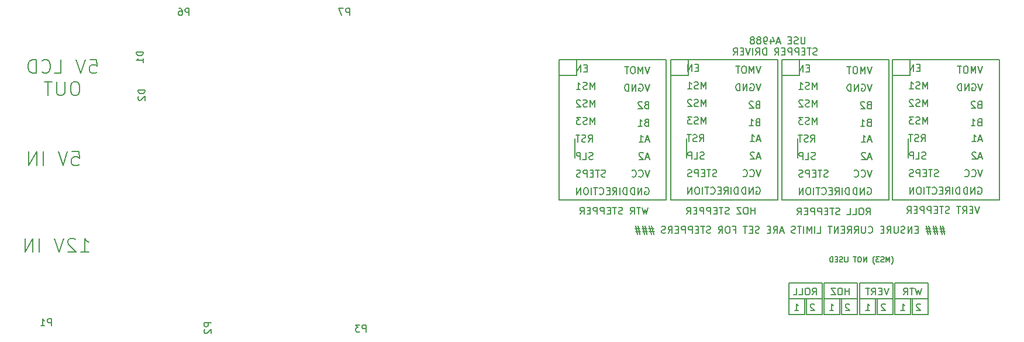
<source format=gbr>
G04 #@! TF.GenerationSoftware,KiCad,Pcbnew,(6.0.7-1)-1*
G04 #@! TF.CreationDate,2023-05-21T10:16:02+10:00*
G04 #@! TF.ProjectId,NEW_STANDBY_SHEILD,4e45575f-5354-4414-9e44-42595f534845,rev?*
G04 #@! TF.SameCoordinates,Original*
G04 #@! TF.FileFunction,Legend,Bot*
G04 #@! TF.FilePolarity,Positive*
%FSLAX46Y46*%
G04 Gerber Fmt 4.6, Leading zero omitted, Abs format (unit mm)*
G04 Created by KiCad (PCBNEW (6.0.7-1)-1) date 2023-05-21 10:16:02*
%MOMM*%
%LPD*%
G01*
G04 APERTURE LIST*
%ADD10C,0.150000*%
G04 APERTURE END LIST*
D10*
X253445619Y-82536000D02*
X250905619Y-82536000D01*
X250905619Y-82536000D02*
X250905619Y-80250000D01*
X250905619Y-80250000D02*
X253445619Y-80250000D01*
X253445619Y-80250000D02*
X253445619Y-82536000D01*
X250399619Y-100620000D02*
X234905619Y-100620000D01*
X234905619Y-100620000D02*
X234905619Y-80300000D01*
X234905619Y-80300000D02*
X250399619Y-80300000D01*
X250399619Y-80300000D02*
X250399619Y-100620000D01*
X240980000Y-117200000D02*
X243266000Y-117200000D01*
X243266000Y-117200000D02*
X243266000Y-114914000D01*
X243266000Y-114914000D02*
X240980000Y-114914000D01*
X240980000Y-114914000D02*
X240980000Y-117200000D01*
X248727000Y-117200000D02*
X251013000Y-117200000D01*
X251013000Y-117200000D02*
X251013000Y-114914000D01*
X251013000Y-114914000D02*
X248727000Y-114914000D01*
X248727000Y-114914000D02*
X248727000Y-117200000D01*
X240980000Y-114914000D02*
X245806000Y-114914000D01*
X245806000Y-114914000D02*
X245806000Y-112628000D01*
X245806000Y-112628000D02*
X240980000Y-112628000D01*
X240980000Y-112628000D02*
X240980000Y-114914000D01*
X251267000Y-117200000D02*
X253553000Y-117200000D01*
X253553000Y-117200000D02*
X253553000Y-114914000D01*
X253553000Y-114914000D02*
X251267000Y-114914000D01*
X251267000Y-114914000D02*
X251267000Y-117200000D01*
X253807000Y-117200000D02*
X256093000Y-117200000D01*
X256093000Y-117200000D02*
X256093000Y-114914000D01*
X256093000Y-114914000D02*
X253807000Y-114914000D01*
X253807000Y-114914000D02*
X253807000Y-117200000D01*
X246187000Y-117200000D02*
X248473000Y-117200000D01*
X248473000Y-117200000D02*
X248473000Y-114914000D01*
X248473000Y-114914000D02*
X246187000Y-114914000D01*
X246187000Y-114914000D02*
X246187000Y-117200000D01*
X237445619Y-82586000D02*
X234905619Y-82586000D01*
X234905619Y-82586000D02*
X234905619Y-80300000D01*
X234905619Y-80300000D02*
X237445619Y-80300000D01*
X237445619Y-80300000D02*
X237445619Y-82586000D01*
X243520000Y-117200000D02*
X245806000Y-117200000D01*
X245806000Y-117200000D02*
X245806000Y-114914000D01*
X245806000Y-114914000D02*
X243520000Y-114914000D01*
X243520000Y-114914000D02*
X243520000Y-117200000D01*
X266399619Y-100570000D02*
X250905619Y-100570000D01*
X250905619Y-100570000D02*
X250905619Y-80250000D01*
X250905619Y-80250000D02*
X266399619Y-80250000D01*
X266399619Y-80250000D02*
X266399619Y-100570000D01*
X234299619Y-100570000D02*
X218805619Y-100570000D01*
X218805619Y-100570000D02*
X218805619Y-80250000D01*
X218805619Y-80250000D02*
X234299619Y-80250000D01*
X234299619Y-80250000D02*
X234299619Y-100570000D01*
X238440000Y-117200000D02*
X240726000Y-117200000D01*
X240726000Y-117200000D02*
X240726000Y-114914000D01*
X240726000Y-114914000D02*
X238440000Y-114914000D01*
X238440000Y-114914000D02*
X238440000Y-117200000D01*
X221345619Y-82536000D02*
X218805619Y-82536000D01*
X218805619Y-82536000D02*
X218805619Y-80250000D01*
X218805619Y-80250000D02*
X221345619Y-80250000D01*
X221345619Y-80250000D02*
X221345619Y-82536000D01*
X235900000Y-117200000D02*
X238186000Y-117200000D01*
X238186000Y-117200000D02*
X238186000Y-114914000D01*
X238186000Y-114914000D02*
X235900000Y-114914000D01*
X235900000Y-114914000D02*
X235900000Y-117200000D01*
X218199619Y-100620000D02*
X202705619Y-100620000D01*
X202705619Y-100620000D02*
X202705619Y-80300000D01*
X202705619Y-80300000D02*
X218199619Y-80300000D01*
X218199619Y-80300000D02*
X218199619Y-100620000D01*
X237191810Y-94524000D02*
X237191810Y-91730000D01*
X204991810Y-94524000D02*
X204991810Y-91730000D01*
X246187000Y-114914000D02*
X251013000Y-114914000D01*
X251013000Y-114914000D02*
X251013000Y-112628000D01*
X251013000Y-112628000D02*
X246187000Y-112628000D01*
X246187000Y-112628000D02*
X246187000Y-114914000D01*
X221091810Y-94474000D02*
X221091810Y-91680000D01*
X251267000Y-114914000D02*
X256093000Y-114914000D01*
X256093000Y-114914000D02*
X256093000Y-112628000D01*
X256093000Y-112628000D02*
X251267000Y-112628000D01*
X251267000Y-112628000D02*
X251267000Y-114914000D01*
X253191810Y-94474000D02*
X253191810Y-91680000D01*
X235900000Y-114914000D02*
X240726000Y-114914000D01*
X240726000Y-114914000D02*
X240726000Y-112628000D01*
X240726000Y-112628000D02*
X235900000Y-112628000D01*
X235900000Y-112628000D02*
X235900000Y-114914000D01*
X205245619Y-82586000D02*
X202705619Y-82586000D01*
X202705619Y-82586000D02*
X202705619Y-80300000D01*
X202705619Y-80300000D02*
X205245619Y-80300000D01*
X205245619Y-80300000D02*
X205245619Y-82586000D01*
X255116523Y-113350380D02*
X254878428Y-114350380D01*
X254687952Y-113636095D01*
X254497476Y-114350380D01*
X254259380Y-113350380D01*
X254021285Y-113350380D02*
X253449857Y-113350380D01*
X253735571Y-114350380D02*
X253735571Y-113350380D01*
X252545095Y-114350380D02*
X252878428Y-113874190D01*
X253116523Y-114350380D02*
X253116523Y-113350380D01*
X252735571Y-113350380D01*
X252640333Y-113398000D01*
X252592714Y-113445619D01*
X252545095Y-113540857D01*
X252545095Y-113683714D01*
X252592714Y-113778952D01*
X252640333Y-113826571D01*
X252735571Y-113874190D01*
X253116523Y-113874190D01*
X215683333Y-94436666D02*
X215207143Y-94436666D01*
X215778571Y-94722380D02*
X215445238Y-93722380D01*
X215111905Y-94722380D01*
X214826190Y-93817619D02*
X214778571Y-93770000D01*
X214683333Y-93722380D01*
X214445238Y-93722380D01*
X214350000Y-93770000D01*
X214302381Y-93817619D01*
X214254762Y-93912857D01*
X214254762Y-94008095D01*
X214302381Y-94150952D01*
X214873809Y-94722380D01*
X214254762Y-94722380D01*
X207801333Y-87102380D02*
X207801333Y-86102380D01*
X207467999Y-86816666D01*
X207134666Y-86102380D01*
X207134666Y-87102380D01*
X206706095Y-87054761D02*
X206563238Y-87102380D01*
X206325142Y-87102380D01*
X206229904Y-87054761D01*
X206182285Y-87007142D01*
X206134666Y-86911904D01*
X206134666Y-86816666D01*
X206182285Y-86721428D01*
X206229904Y-86673809D01*
X206325142Y-86626190D01*
X206515619Y-86578571D01*
X206610857Y-86530952D01*
X206658476Y-86483333D01*
X206706095Y-86388095D01*
X206706095Y-86292857D01*
X206658476Y-86197619D01*
X206610857Y-86150000D01*
X206515619Y-86102380D01*
X206277523Y-86102380D01*
X206134666Y-86150000D01*
X205753714Y-86197619D02*
X205706095Y-86150000D01*
X205610857Y-86102380D01*
X205372761Y-86102380D01*
X205277523Y-86150000D01*
X205229904Y-86197619D01*
X205182285Y-86292857D01*
X205182285Y-86388095D01*
X205229904Y-86530952D01*
X205801333Y-87102380D01*
X205182285Y-87102380D01*
X222996572Y-92132380D02*
X223329905Y-91656190D01*
X223568000Y-92132380D02*
X223568000Y-91132380D01*
X223187048Y-91132380D01*
X223091810Y-91180000D01*
X223044191Y-91227619D01*
X222996572Y-91322857D01*
X222996572Y-91465714D01*
X223044191Y-91560952D01*
X223091810Y-91608571D01*
X223187048Y-91656190D01*
X223568000Y-91656190D01*
X222615619Y-92084761D02*
X222472762Y-92132380D01*
X222234667Y-92132380D01*
X222139429Y-92084761D01*
X222091810Y-92037142D01*
X222044191Y-91941904D01*
X222044191Y-91846666D01*
X222091810Y-91751428D01*
X222139429Y-91703809D01*
X222234667Y-91656190D01*
X222425143Y-91608571D01*
X222520381Y-91560952D01*
X222568000Y-91513333D01*
X222615619Y-91418095D01*
X222615619Y-91322857D01*
X222568000Y-91227619D01*
X222520381Y-91180000D01*
X222425143Y-91132380D01*
X222187048Y-91132380D01*
X222044191Y-91180000D01*
X221758476Y-91132380D02*
X221187048Y-91132380D01*
X221472762Y-92132380D02*
X221472762Y-91132380D01*
X247978571Y-96262380D02*
X247645238Y-97262380D01*
X247311904Y-96262380D01*
X246407142Y-97167142D02*
X246454761Y-97214761D01*
X246597618Y-97262380D01*
X246692857Y-97262380D01*
X246835714Y-97214761D01*
X246930952Y-97119523D01*
X246978571Y-97024285D01*
X247026190Y-96833809D01*
X247026190Y-96690952D01*
X246978571Y-96500476D01*
X246930952Y-96405238D01*
X246835714Y-96310000D01*
X246692857Y-96262380D01*
X246597618Y-96262380D01*
X246454761Y-96310000D01*
X246407142Y-96357619D01*
X245407142Y-97167142D02*
X245454761Y-97214761D01*
X245597618Y-97262380D01*
X245692857Y-97262380D01*
X245835714Y-97214761D01*
X245930952Y-97119523D01*
X245978571Y-97024285D01*
X246026190Y-96833809D01*
X246026190Y-96690952D01*
X245978571Y-96500476D01*
X245930952Y-96405238D01*
X245835714Y-96310000D01*
X245692857Y-96262380D01*
X245597618Y-96262380D01*
X245454761Y-96310000D01*
X245407142Y-96357619D01*
X263978571Y-81226380D02*
X263645238Y-82226380D01*
X263311905Y-81226380D01*
X262978571Y-82226380D02*
X262978571Y-81226380D01*
X262645238Y-81940666D01*
X262311905Y-81226380D01*
X262311905Y-82226380D01*
X261645238Y-81226380D02*
X261454762Y-81226380D01*
X261359524Y-81274000D01*
X261264286Y-81369238D01*
X261216667Y-81559714D01*
X261216667Y-81893047D01*
X261264286Y-82083523D01*
X261359524Y-82178761D01*
X261454762Y-82226380D01*
X261645238Y-82226380D01*
X261740476Y-82178761D01*
X261835714Y-82083523D01*
X261883333Y-81893047D01*
X261883333Y-81559714D01*
X261835714Y-81369238D01*
X261740476Y-81274000D01*
X261645238Y-81226380D01*
X260930952Y-81226380D02*
X260359524Y-81226380D01*
X260645238Y-82226380D02*
X260645238Y-81226380D01*
X231402380Y-86782571D02*
X231259523Y-86830190D01*
X231211904Y-86877809D01*
X231164285Y-86973047D01*
X231164285Y-87115904D01*
X231211904Y-87211142D01*
X231259523Y-87258761D01*
X231354761Y-87306380D01*
X231735714Y-87306380D01*
X231735714Y-86306380D01*
X231402380Y-86306380D01*
X231307142Y-86354000D01*
X231259523Y-86401619D01*
X231211904Y-86496857D01*
X231211904Y-86592095D01*
X231259523Y-86687333D01*
X231307142Y-86734952D01*
X231402380Y-86782571D01*
X231735714Y-86782571D01*
X230783333Y-86401619D02*
X230735714Y-86354000D01*
X230640476Y-86306380D01*
X230402380Y-86306380D01*
X230307142Y-86354000D01*
X230259523Y-86401619D01*
X230211904Y-86496857D01*
X230211904Y-86592095D01*
X230259523Y-86734952D01*
X230830952Y-87306380D01*
X230211904Y-87306380D01*
X223663238Y-94624761D02*
X223520381Y-94672380D01*
X223282285Y-94672380D01*
X223187047Y-94624761D01*
X223139428Y-94577142D01*
X223091809Y-94481904D01*
X223091809Y-94386666D01*
X223139428Y-94291428D01*
X223187047Y-94243809D01*
X223282285Y-94196190D01*
X223472762Y-94148571D01*
X223568000Y-94100952D01*
X223615619Y-94053333D01*
X223663238Y-93958095D01*
X223663238Y-93862857D01*
X223615619Y-93767619D01*
X223568000Y-93720000D01*
X223472762Y-93672380D01*
X223234666Y-93672380D01*
X223091809Y-93720000D01*
X222187047Y-94672380D02*
X222663238Y-94672380D01*
X222663238Y-93672380D01*
X221853714Y-94672380D02*
X221853714Y-93672380D01*
X221472762Y-93672380D01*
X221377523Y-93720000D01*
X221329904Y-93767619D01*
X221282285Y-93862857D01*
X221282285Y-94005714D01*
X221329904Y-94100952D01*
X221377523Y-94148571D01*
X221472762Y-94196190D01*
X221853714Y-94196190D01*
X263978571Y-83766380D02*
X263645238Y-84766380D01*
X263311905Y-83766380D01*
X262454762Y-83814000D02*
X262550000Y-83766380D01*
X262692857Y-83766380D01*
X262835714Y-83814000D01*
X262930952Y-83909238D01*
X262978571Y-84004476D01*
X263026190Y-84194952D01*
X263026190Y-84337809D01*
X262978571Y-84528285D01*
X262930952Y-84623523D01*
X262835714Y-84718761D01*
X262692857Y-84766380D01*
X262597619Y-84766380D01*
X262454762Y-84718761D01*
X262407143Y-84671142D01*
X262407143Y-84337809D01*
X262597619Y-84337809D01*
X261978571Y-84766380D02*
X261978571Y-83766380D01*
X261407143Y-84766380D01*
X261407143Y-83766380D01*
X260930952Y-84766380D02*
X260930952Y-83766380D01*
X260692857Y-83766380D01*
X260550000Y-83814000D01*
X260454762Y-83909238D01*
X260407143Y-84004476D01*
X260359524Y-84194952D01*
X260359524Y-84337809D01*
X260407143Y-84528285D01*
X260454762Y-84623523D01*
X260550000Y-84718761D01*
X260692857Y-84766380D01*
X260930952Y-84766380D01*
X256001333Y-87052380D02*
X256001333Y-86052380D01*
X255667999Y-86766666D01*
X255334666Y-86052380D01*
X255334666Y-87052380D01*
X254906095Y-87004761D02*
X254763238Y-87052380D01*
X254525142Y-87052380D01*
X254429904Y-87004761D01*
X254382285Y-86957142D01*
X254334666Y-86861904D01*
X254334666Y-86766666D01*
X254382285Y-86671428D01*
X254429904Y-86623809D01*
X254525142Y-86576190D01*
X254715619Y-86528571D01*
X254810857Y-86480952D01*
X254858476Y-86433333D01*
X254906095Y-86338095D01*
X254906095Y-86242857D01*
X254858476Y-86147619D01*
X254810857Y-86100000D01*
X254715619Y-86052380D01*
X254477523Y-86052380D01*
X254334666Y-86100000D01*
X253953714Y-86147619D02*
X253906095Y-86100000D01*
X253810857Y-86052380D01*
X253572761Y-86052380D01*
X253477523Y-86100000D01*
X253429904Y-86147619D01*
X253382285Y-86242857D01*
X253382285Y-86338095D01*
X253429904Y-86480952D01*
X254001333Y-87052380D01*
X253382285Y-87052380D01*
X239096572Y-92182380D02*
X239429905Y-91706190D01*
X239668000Y-92182380D02*
X239668000Y-91182380D01*
X239287048Y-91182380D01*
X239191810Y-91230000D01*
X239144191Y-91277619D01*
X239096572Y-91372857D01*
X239096572Y-91515714D01*
X239144191Y-91610952D01*
X239191810Y-91658571D01*
X239287048Y-91706190D01*
X239668000Y-91706190D01*
X238715619Y-92134761D02*
X238572762Y-92182380D01*
X238334667Y-92182380D01*
X238239429Y-92134761D01*
X238191810Y-92087142D01*
X238144191Y-91991904D01*
X238144191Y-91896666D01*
X238191810Y-91801428D01*
X238239429Y-91753809D01*
X238334667Y-91706190D01*
X238525143Y-91658571D01*
X238620381Y-91610952D01*
X238668000Y-91563333D01*
X238715619Y-91468095D01*
X238715619Y-91372857D01*
X238668000Y-91277619D01*
X238620381Y-91230000D01*
X238525143Y-91182380D01*
X238287048Y-91182380D01*
X238144191Y-91230000D01*
X237858476Y-91182380D02*
X237287048Y-91182380D01*
X237572762Y-92182380D02*
X237572762Y-91182380D01*
X255763238Y-94624761D02*
X255620381Y-94672380D01*
X255382285Y-94672380D01*
X255287047Y-94624761D01*
X255239428Y-94577142D01*
X255191809Y-94481904D01*
X255191809Y-94386666D01*
X255239428Y-94291428D01*
X255287047Y-94243809D01*
X255382285Y-94196190D01*
X255572762Y-94148571D01*
X255668000Y-94100952D01*
X255715619Y-94053333D01*
X255763238Y-93958095D01*
X255763238Y-93862857D01*
X255715619Y-93767619D01*
X255668000Y-93720000D01*
X255572762Y-93672380D01*
X255334666Y-93672380D01*
X255191809Y-93720000D01*
X254287047Y-94672380D02*
X254763238Y-94672380D01*
X254763238Y-93672380D01*
X253953714Y-94672380D02*
X253953714Y-93672380D01*
X253572762Y-93672380D01*
X253477523Y-93720000D01*
X253429904Y-93767619D01*
X253382285Y-93862857D01*
X253382285Y-94005714D01*
X253429904Y-94100952D01*
X253477523Y-94148571D01*
X253572762Y-94196190D01*
X253953714Y-94196190D01*
X263311904Y-98800000D02*
X263407142Y-98752380D01*
X263550000Y-98752380D01*
X263692857Y-98800000D01*
X263788095Y-98895238D01*
X263835714Y-98990476D01*
X263883333Y-99180952D01*
X263883333Y-99323809D01*
X263835714Y-99514285D01*
X263788095Y-99609523D01*
X263692857Y-99704761D01*
X263550000Y-99752380D01*
X263454761Y-99752380D01*
X263311904Y-99704761D01*
X263264285Y-99657142D01*
X263264285Y-99323809D01*
X263454761Y-99323809D01*
X262835714Y-99752380D02*
X262835714Y-98752380D01*
X262264285Y-99752380D01*
X262264285Y-98752380D01*
X261788095Y-99752380D02*
X261788095Y-98752380D01*
X261550000Y-98752380D01*
X261407142Y-98800000D01*
X261311904Y-98895238D01*
X261264285Y-98990476D01*
X261216666Y-99180952D01*
X261216666Y-99323809D01*
X261264285Y-99514285D01*
X261311904Y-99609523D01*
X261407142Y-99704761D01*
X261550000Y-99752380D01*
X261788095Y-99752380D01*
X228568000Y-99752380D02*
X228568000Y-98752380D01*
X228329905Y-98752380D01*
X228187048Y-98800000D01*
X228091810Y-98895238D01*
X228044191Y-98990476D01*
X227996572Y-99180952D01*
X227996572Y-99323809D01*
X228044191Y-99514285D01*
X228091810Y-99609523D01*
X228187048Y-99704761D01*
X228329905Y-99752380D01*
X228568000Y-99752380D01*
X227568000Y-99752380D02*
X227568000Y-98752380D01*
X226520381Y-99752380D02*
X226853714Y-99276190D01*
X227091810Y-99752380D02*
X227091810Y-98752380D01*
X226710857Y-98752380D01*
X226615619Y-98800000D01*
X226568000Y-98847619D01*
X226520381Y-98942857D01*
X226520381Y-99085714D01*
X226568000Y-99180952D01*
X226615619Y-99228571D01*
X226710857Y-99276190D01*
X227091810Y-99276190D01*
X226091810Y-99228571D02*
X225758476Y-99228571D01*
X225615619Y-99752380D02*
X226091810Y-99752380D01*
X226091810Y-98752380D01*
X225615619Y-98752380D01*
X224615619Y-99657142D02*
X224663238Y-99704761D01*
X224806095Y-99752380D01*
X224901333Y-99752380D01*
X225044191Y-99704761D01*
X225139429Y-99609523D01*
X225187048Y-99514285D01*
X225234667Y-99323809D01*
X225234667Y-99180952D01*
X225187048Y-98990476D01*
X225139429Y-98895238D01*
X225044191Y-98800000D01*
X224901333Y-98752380D01*
X224806095Y-98752380D01*
X224663238Y-98800000D01*
X224615619Y-98847619D01*
X224329905Y-98752380D02*
X223758476Y-98752380D01*
X224044191Y-99752380D02*
X224044191Y-98752380D01*
X223425143Y-99752380D02*
X223425143Y-98752380D01*
X222758476Y-98752380D02*
X222568000Y-98752380D01*
X222472762Y-98800000D01*
X222377524Y-98895238D01*
X222329905Y-99085714D01*
X222329905Y-99419047D01*
X222377524Y-99609523D01*
X222472762Y-99704761D01*
X222568000Y-99752380D01*
X222758476Y-99752380D01*
X222853714Y-99704761D01*
X222948953Y-99609523D01*
X222996572Y-99419047D01*
X222996572Y-99085714D01*
X222948953Y-98895238D01*
X222853714Y-98800000D01*
X222758476Y-98752380D01*
X221901333Y-99752380D02*
X221901333Y-98752380D01*
X221329905Y-99752380D01*
X221329905Y-98752380D01*
X244694714Y-115731619D02*
X244647095Y-115684000D01*
X244551857Y-115636380D01*
X244313761Y-115636380D01*
X244218523Y-115684000D01*
X244170904Y-115731619D01*
X244123285Y-115826857D01*
X244123285Y-115922095D01*
X244170904Y-116064952D01*
X244742333Y-116636380D01*
X244123285Y-116636380D01*
X223901333Y-84512380D02*
X223901333Y-83512380D01*
X223567999Y-84226666D01*
X223234666Y-83512380D01*
X223234666Y-84512380D01*
X222806095Y-84464761D02*
X222663238Y-84512380D01*
X222425142Y-84512380D01*
X222329904Y-84464761D01*
X222282285Y-84417142D01*
X222234666Y-84321904D01*
X222234666Y-84226666D01*
X222282285Y-84131428D01*
X222329904Y-84083809D01*
X222425142Y-84036190D01*
X222615619Y-83988571D01*
X222710857Y-83940952D01*
X222758476Y-83893333D01*
X222806095Y-83798095D01*
X222806095Y-83702857D01*
X222758476Y-83607619D01*
X222710857Y-83560000D01*
X222615619Y-83512380D01*
X222377523Y-83512380D01*
X222234666Y-83560000D01*
X221282285Y-84512380D02*
X221853714Y-84512380D01*
X221567999Y-84512380D02*
X221567999Y-83512380D01*
X221663238Y-83655238D01*
X221758476Y-83750476D01*
X221853714Y-83798095D01*
X263502380Y-89322571D02*
X263359523Y-89370190D01*
X263311904Y-89417809D01*
X263264285Y-89513047D01*
X263264285Y-89655904D01*
X263311904Y-89751142D01*
X263359523Y-89798761D01*
X263454761Y-89846380D01*
X263835714Y-89846380D01*
X263835714Y-88846380D01*
X263502380Y-88846380D01*
X263407142Y-88894000D01*
X263359523Y-88941619D01*
X263311904Y-89036857D01*
X263311904Y-89132095D01*
X263359523Y-89227333D01*
X263407142Y-89274952D01*
X263502380Y-89322571D01*
X263835714Y-89322571D01*
X262311904Y-89846380D02*
X262883333Y-89846380D01*
X262597619Y-89846380D02*
X262597619Y-88846380D01*
X262692857Y-88989238D01*
X262788095Y-89084476D01*
X262883333Y-89132095D01*
X207563238Y-94674761D02*
X207420381Y-94722380D01*
X207182285Y-94722380D01*
X207087047Y-94674761D01*
X207039428Y-94627142D01*
X206991809Y-94531904D01*
X206991809Y-94436666D01*
X207039428Y-94341428D01*
X207087047Y-94293809D01*
X207182285Y-94246190D01*
X207372762Y-94198571D01*
X207468000Y-94150952D01*
X207515619Y-94103333D01*
X207563238Y-94008095D01*
X207563238Y-93912857D01*
X207515619Y-93817619D01*
X207468000Y-93770000D01*
X207372762Y-93722380D01*
X207134666Y-93722380D01*
X206991809Y-93770000D01*
X206087047Y-94722380D02*
X206563238Y-94722380D01*
X206563238Y-93722380D01*
X205753714Y-94722380D02*
X205753714Y-93722380D01*
X205372762Y-93722380D01*
X205277523Y-93770000D01*
X205229904Y-93817619D01*
X205182285Y-93912857D01*
X205182285Y-94055714D01*
X205229904Y-94150952D01*
X205277523Y-94198571D01*
X205372762Y-94246190D01*
X205753714Y-94246190D01*
X240001333Y-87102380D02*
X240001333Y-86102380D01*
X239667999Y-86816666D01*
X239334666Y-86102380D01*
X239334666Y-87102380D01*
X238906095Y-87054761D02*
X238763238Y-87102380D01*
X238525142Y-87102380D01*
X238429904Y-87054761D01*
X238382285Y-87007142D01*
X238334666Y-86911904D01*
X238334666Y-86816666D01*
X238382285Y-86721428D01*
X238429904Y-86673809D01*
X238525142Y-86626190D01*
X238715619Y-86578571D01*
X238810857Y-86530952D01*
X238858476Y-86483333D01*
X238906095Y-86388095D01*
X238906095Y-86292857D01*
X238858476Y-86197619D01*
X238810857Y-86150000D01*
X238715619Y-86102380D01*
X238477523Y-86102380D01*
X238334666Y-86150000D01*
X237953714Y-86197619D02*
X237906095Y-86150000D01*
X237810857Y-86102380D01*
X237572761Y-86102380D01*
X237477523Y-86150000D01*
X237429904Y-86197619D01*
X237382285Y-86292857D01*
X237382285Y-86388095D01*
X237429904Y-86530952D01*
X238001333Y-87102380D01*
X237382285Y-87102380D01*
X215778571Y-96262380D02*
X215445238Y-97262380D01*
X215111904Y-96262380D01*
X214207142Y-97167142D02*
X214254761Y-97214761D01*
X214397618Y-97262380D01*
X214492857Y-97262380D01*
X214635714Y-97214761D01*
X214730952Y-97119523D01*
X214778571Y-97024285D01*
X214826190Y-96833809D01*
X214826190Y-96690952D01*
X214778571Y-96500476D01*
X214730952Y-96405238D01*
X214635714Y-96310000D01*
X214492857Y-96262380D01*
X214397618Y-96262380D01*
X214254761Y-96310000D01*
X214207142Y-96357619D01*
X213207142Y-97167142D02*
X213254761Y-97214761D01*
X213397618Y-97262380D01*
X213492857Y-97262380D01*
X213635714Y-97214761D01*
X213730952Y-97119523D01*
X213778571Y-97024285D01*
X213826190Y-96833809D01*
X213826190Y-96690952D01*
X213778571Y-96500476D01*
X213730952Y-96405238D01*
X213635714Y-96310000D01*
X213492857Y-96262380D01*
X213397618Y-96262380D01*
X213254761Y-96310000D01*
X213207142Y-96357619D01*
X239614714Y-115731619D02*
X239567095Y-115684000D01*
X239471857Y-115636380D01*
X239233761Y-115636380D01*
X239138523Y-115684000D01*
X239090904Y-115731619D01*
X239043285Y-115826857D01*
X239043285Y-115922095D01*
X239090904Y-116064952D01*
X239662333Y-116636380D01*
X239043285Y-116636380D01*
X215302380Y-89372571D02*
X215159523Y-89420190D01*
X215111904Y-89467809D01*
X215064285Y-89563047D01*
X215064285Y-89705904D01*
X215111904Y-89801142D01*
X215159523Y-89848761D01*
X215254761Y-89896380D01*
X215635714Y-89896380D01*
X215635714Y-88896380D01*
X215302380Y-88896380D01*
X215207142Y-88944000D01*
X215159523Y-88991619D01*
X215111904Y-89086857D01*
X215111904Y-89182095D01*
X215159523Y-89277333D01*
X215207142Y-89324952D01*
X215302380Y-89372571D01*
X215635714Y-89372571D01*
X214111904Y-89896380D02*
X214683333Y-89896380D01*
X214397619Y-89896380D02*
X214397619Y-88896380D01*
X214492857Y-89039238D01*
X214588095Y-89134476D01*
X214683333Y-89182095D01*
X238259523Y-76997380D02*
X238259523Y-77806904D01*
X238211904Y-77902142D01*
X238164285Y-77949761D01*
X238069047Y-77997380D01*
X237878571Y-77997380D01*
X237783333Y-77949761D01*
X237735714Y-77902142D01*
X237688095Y-77806904D01*
X237688095Y-76997380D01*
X237259523Y-77949761D02*
X237116666Y-77997380D01*
X236878571Y-77997380D01*
X236783333Y-77949761D01*
X236735714Y-77902142D01*
X236688095Y-77806904D01*
X236688095Y-77711666D01*
X236735714Y-77616428D01*
X236783333Y-77568809D01*
X236878571Y-77521190D01*
X237069047Y-77473571D01*
X237164285Y-77425952D01*
X237211904Y-77378333D01*
X237259523Y-77283095D01*
X237259523Y-77187857D01*
X237211904Y-77092619D01*
X237164285Y-77045000D01*
X237069047Y-76997380D01*
X236830952Y-76997380D01*
X236688095Y-77045000D01*
X236259523Y-77473571D02*
X235926190Y-77473571D01*
X235783333Y-77997380D02*
X236259523Y-77997380D01*
X236259523Y-76997380D01*
X235783333Y-76997380D01*
X234640476Y-77711666D02*
X234164285Y-77711666D01*
X234735714Y-77997380D02*
X234402380Y-76997380D01*
X234069047Y-77997380D01*
X233307142Y-77330714D02*
X233307142Y-77997380D01*
X233545238Y-76949761D02*
X233783333Y-77664047D01*
X233164285Y-77664047D01*
X232735714Y-77997380D02*
X232545238Y-77997380D01*
X232450000Y-77949761D01*
X232402380Y-77902142D01*
X232307142Y-77759285D01*
X232259523Y-77568809D01*
X232259523Y-77187857D01*
X232307142Y-77092619D01*
X232354761Y-77045000D01*
X232450000Y-76997380D01*
X232640476Y-76997380D01*
X232735714Y-77045000D01*
X232783333Y-77092619D01*
X232830952Y-77187857D01*
X232830952Y-77425952D01*
X232783333Y-77521190D01*
X232735714Y-77568809D01*
X232640476Y-77616428D01*
X232450000Y-77616428D01*
X232354761Y-77568809D01*
X232307142Y-77521190D01*
X232259523Y-77425952D01*
X231688095Y-77425952D02*
X231783333Y-77378333D01*
X231830952Y-77330714D01*
X231878571Y-77235476D01*
X231878571Y-77187857D01*
X231830952Y-77092619D01*
X231783333Y-77045000D01*
X231688095Y-76997380D01*
X231497619Y-76997380D01*
X231402380Y-77045000D01*
X231354761Y-77092619D01*
X231307142Y-77187857D01*
X231307142Y-77235476D01*
X231354761Y-77330714D01*
X231402380Y-77378333D01*
X231497619Y-77425952D01*
X231688095Y-77425952D01*
X231783333Y-77473571D01*
X231830952Y-77521190D01*
X231878571Y-77616428D01*
X231878571Y-77806904D01*
X231830952Y-77902142D01*
X231783333Y-77949761D01*
X231688095Y-77997380D01*
X231497619Y-77997380D01*
X231402380Y-77949761D01*
X231354761Y-77902142D01*
X231307142Y-77806904D01*
X231307142Y-77616428D01*
X231354761Y-77521190D01*
X231402380Y-77473571D01*
X231497619Y-77425952D01*
X230735714Y-77425952D02*
X230830952Y-77378333D01*
X230878571Y-77330714D01*
X230926190Y-77235476D01*
X230926190Y-77187857D01*
X230878571Y-77092619D01*
X230830952Y-77045000D01*
X230735714Y-76997380D01*
X230545238Y-76997380D01*
X230450000Y-77045000D01*
X230402380Y-77092619D01*
X230354761Y-77187857D01*
X230354761Y-77235476D01*
X230402380Y-77330714D01*
X230450000Y-77378333D01*
X230545238Y-77425952D01*
X230735714Y-77425952D01*
X230830952Y-77473571D01*
X230878571Y-77521190D01*
X230926190Y-77616428D01*
X230926190Y-77806904D01*
X230878571Y-77902142D01*
X230830952Y-77949761D01*
X230735714Y-77997380D01*
X230545238Y-77997380D01*
X230450000Y-77949761D01*
X230402380Y-77902142D01*
X230354761Y-77806904D01*
X230354761Y-77616428D01*
X230402380Y-77521190D01*
X230450000Y-77473571D01*
X230545238Y-77425952D01*
X240021428Y-79559761D02*
X239878571Y-79607380D01*
X239640476Y-79607380D01*
X239545238Y-79559761D01*
X239497619Y-79512142D01*
X239450000Y-79416904D01*
X239450000Y-79321666D01*
X239497619Y-79226428D01*
X239545238Y-79178809D01*
X239640476Y-79131190D01*
X239830952Y-79083571D01*
X239926190Y-79035952D01*
X239973809Y-78988333D01*
X240021428Y-78893095D01*
X240021428Y-78797857D01*
X239973809Y-78702619D01*
X239926190Y-78655000D01*
X239830952Y-78607380D01*
X239592857Y-78607380D01*
X239450000Y-78655000D01*
X239164285Y-78607380D02*
X238592857Y-78607380D01*
X238878571Y-79607380D02*
X238878571Y-78607380D01*
X238259523Y-79083571D02*
X237926190Y-79083571D01*
X237783333Y-79607380D02*
X238259523Y-79607380D01*
X238259523Y-78607380D01*
X237783333Y-78607380D01*
X237354761Y-79607380D02*
X237354761Y-78607380D01*
X236973809Y-78607380D01*
X236878571Y-78655000D01*
X236830952Y-78702619D01*
X236783333Y-78797857D01*
X236783333Y-78940714D01*
X236830952Y-79035952D01*
X236878571Y-79083571D01*
X236973809Y-79131190D01*
X237354761Y-79131190D01*
X236354761Y-79607380D02*
X236354761Y-78607380D01*
X235973809Y-78607380D01*
X235878571Y-78655000D01*
X235830952Y-78702619D01*
X235783333Y-78797857D01*
X235783333Y-78940714D01*
X235830952Y-79035952D01*
X235878571Y-79083571D01*
X235973809Y-79131190D01*
X236354761Y-79131190D01*
X235354761Y-79083571D02*
X235021428Y-79083571D01*
X234878571Y-79607380D02*
X235354761Y-79607380D01*
X235354761Y-78607380D01*
X234878571Y-78607380D01*
X233878571Y-79607380D02*
X234211904Y-79131190D01*
X234450000Y-79607380D02*
X234450000Y-78607380D01*
X234069047Y-78607380D01*
X233973809Y-78655000D01*
X233926190Y-78702619D01*
X233878571Y-78797857D01*
X233878571Y-78940714D01*
X233926190Y-79035952D01*
X233973809Y-79083571D01*
X234069047Y-79131190D01*
X234450000Y-79131190D01*
X232688095Y-79607380D02*
X232688095Y-78607380D01*
X232450000Y-78607380D01*
X232307142Y-78655000D01*
X232211904Y-78750238D01*
X232164285Y-78845476D01*
X232116666Y-79035952D01*
X232116666Y-79178809D01*
X232164285Y-79369285D01*
X232211904Y-79464523D01*
X232307142Y-79559761D01*
X232450000Y-79607380D01*
X232688095Y-79607380D01*
X231116666Y-79607380D02*
X231450000Y-79131190D01*
X231688095Y-79607380D02*
X231688095Y-78607380D01*
X231307142Y-78607380D01*
X231211904Y-78655000D01*
X231164285Y-78702619D01*
X231116666Y-78797857D01*
X231116666Y-78940714D01*
X231164285Y-79035952D01*
X231211904Y-79083571D01*
X231307142Y-79131190D01*
X231688095Y-79131190D01*
X230688095Y-79607380D02*
X230688095Y-78607380D01*
X230354761Y-78607380D02*
X230021428Y-79607380D01*
X229688095Y-78607380D01*
X229354761Y-79083571D02*
X229021428Y-79083571D01*
X228878571Y-79607380D02*
X229354761Y-79607380D01*
X229354761Y-78607380D01*
X228878571Y-78607380D01*
X227878571Y-79607380D02*
X228211904Y-79131190D01*
X228450000Y-79607380D02*
X228450000Y-78607380D01*
X228069047Y-78607380D01*
X227973809Y-78655000D01*
X227926190Y-78702619D01*
X227878571Y-78797857D01*
X227878571Y-78940714D01*
X227926190Y-79035952D01*
X227973809Y-79083571D01*
X228069047Y-79131190D01*
X228450000Y-79131190D01*
X207801333Y-84562380D02*
X207801333Y-83562380D01*
X207467999Y-84276666D01*
X207134666Y-83562380D01*
X207134666Y-84562380D01*
X206706095Y-84514761D02*
X206563238Y-84562380D01*
X206325142Y-84562380D01*
X206229904Y-84514761D01*
X206182285Y-84467142D01*
X206134666Y-84371904D01*
X206134666Y-84276666D01*
X206182285Y-84181428D01*
X206229904Y-84133809D01*
X206325142Y-84086190D01*
X206515619Y-84038571D01*
X206610857Y-83990952D01*
X206658476Y-83943333D01*
X206706095Y-83848095D01*
X206706095Y-83752857D01*
X206658476Y-83657619D01*
X206610857Y-83610000D01*
X206515619Y-83562380D01*
X206277523Y-83562380D01*
X206134666Y-83610000D01*
X205182285Y-84562380D02*
X205753714Y-84562380D01*
X205467999Y-84562380D02*
X205467999Y-83562380D01*
X205563238Y-83705238D01*
X205658476Y-83800476D01*
X205753714Y-83848095D01*
X263883333Y-94386666D02*
X263407143Y-94386666D01*
X263978571Y-94672380D02*
X263645238Y-93672380D01*
X263311905Y-94672380D01*
X263026190Y-93767619D02*
X262978571Y-93720000D01*
X262883333Y-93672380D01*
X262645238Y-93672380D01*
X262550000Y-93720000D01*
X262502381Y-93767619D01*
X262454762Y-93862857D01*
X262454762Y-93958095D01*
X262502381Y-94100952D01*
X263073809Y-94672380D01*
X262454762Y-94672380D01*
X247883333Y-94436666D02*
X247407143Y-94436666D01*
X247978571Y-94722380D02*
X247645238Y-93722380D01*
X247311905Y-94722380D01*
X247026190Y-93817619D02*
X246978571Y-93770000D01*
X246883333Y-93722380D01*
X246645238Y-93722380D01*
X246550000Y-93770000D01*
X246502381Y-93817619D01*
X246454762Y-93912857D01*
X246454762Y-94008095D01*
X246502381Y-94150952D01*
X247073809Y-94722380D01*
X246454762Y-94722380D01*
X254981714Y-115731619D02*
X254934095Y-115684000D01*
X254838857Y-115636380D01*
X254600761Y-115636380D01*
X254505523Y-115684000D01*
X254457904Y-115731619D01*
X254410285Y-115826857D01*
X254410285Y-115922095D01*
X254457904Y-116064952D01*
X255029333Y-116636380D01*
X254410285Y-116636380D01*
X215111904Y-98850000D02*
X215207142Y-98802380D01*
X215350000Y-98802380D01*
X215492857Y-98850000D01*
X215588095Y-98945238D01*
X215635714Y-99040476D01*
X215683333Y-99230952D01*
X215683333Y-99373809D01*
X215635714Y-99564285D01*
X215588095Y-99659523D01*
X215492857Y-99754761D01*
X215350000Y-99802380D01*
X215254761Y-99802380D01*
X215111904Y-99754761D01*
X215064285Y-99707142D01*
X215064285Y-99373809D01*
X215254761Y-99373809D01*
X214635714Y-99802380D02*
X214635714Y-98802380D01*
X214064285Y-99802380D01*
X214064285Y-98802380D01*
X213588095Y-99802380D02*
X213588095Y-98802380D01*
X213350000Y-98802380D01*
X213207142Y-98850000D01*
X213111904Y-98945238D01*
X213064285Y-99040476D01*
X213016666Y-99230952D01*
X213016666Y-99373809D01*
X213064285Y-99564285D01*
X213111904Y-99659523D01*
X213207142Y-99754761D01*
X213350000Y-99802380D01*
X213588095Y-99802380D01*
X215778571Y-81276380D02*
X215445238Y-82276380D01*
X215111905Y-81276380D01*
X214778571Y-82276380D02*
X214778571Y-81276380D01*
X214445238Y-81990666D01*
X214111905Y-81276380D01*
X214111905Y-82276380D01*
X213445238Y-81276380D02*
X213254762Y-81276380D01*
X213159524Y-81324000D01*
X213064286Y-81419238D01*
X213016667Y-81609714D01*
X213016667Y-81943047D01*
X213064286Y-82133523D01*
X213159524Y-82228761D01*
X213254762Y-82276380D01*
X213445238Y-82276380D01*
X213540476Y-82228761D01*
X213635714Y-82133523D01*
X213683333Y-81943047D01*
X213683333Y-81609714D01*
X213635714Y-81419238D01*
X213540476Y-81324000D01*
X213445238Y-81276380D01*
X212730952Y-81276380D02*
X212159524Y-81276380D01*
X212445238Y-82276380D02*
X212445238Y-81276380D01*
X256001333Y-89592380D02*
X256001333Y-88592380D01*
X255667999Y-89306666D01*
X255334666Y-88592380D01*
X255334666Y-89592380D01*
X254906095Y-89544761D02*
X254763238Y-89592380D01*
X254525142Y-89592380D01*
X254429904Y-89544761D01*
X254382285Y-89497142D01*
X254334666Y-89401904D01*
X254334666Y-89306666D01*
X254382285Y-89211428D01*
X254429904Y-89163809D01*
X254525142Y-89116190D01*
X254715619Y-89068571D01*
X254810857Y-89020952D01*
X254858476Y-88973333D01*
X254906095Y-88878095D01*
X254906095Y-88782857D01*
X254858476Y-88687619D01*
X254810857Y-88640000D01*
X254715619Y-88592380D01*
X254477523Y-88592380D01*
X254334666Y-88640000D01*
X254001333Y-88592380D02*
X253382285Y-88592380D01*
X253715619Y-88973333D01*
X253572761Y-88973333D01*
X253477523Y-89020952D01*
X253429904Y-89068571D01*
X253382285Y-89163809D01*
X253382285Y-89401904D01*
X253429904Y-89497142D01*
X253477523Y-89544761D01*
X253572761Y-89592380D01*
X253858476Y-89592380D01*
X253953714Y-89544761D01*
X254001333Y-89497142D01*
X231783333Y-91846666D02*
X231307143Y-91846666D01*
X231878571Y-92132380D02*
X231545238Y-91132380D01*
X231211905Y-92132380D01*
X230354762Y-92132380D02*
X230926190Y-92132380D01*
X230640476Y-92132380D02*
X230640476Y-91132380D01*
X230735714Y-91275238D01*
X230830952Y-91370476D01*
X230926190Y-91418095D01*
X215302380Y-86832571D02*
X215159523Y-86880190D01*
X215111904Y-86927809D01*
X215064285Y-87023047D01*
X215064285Y-87165904D01*
X215111904Y-87261142D01*
X215159523Y-87308761D01*
X215254761Y-87356380D01*
X215635714Y-87356380D01*
X215635714Y-86356380D01*
X215302380Y-86356380D01*
X215207142Y-86404000D01*
X215159523Y-86451619D01*
X215111904Y-86546857D01*
X215111904Y-86642095D01*
X215159523Y-86737333D01*
X215207142Y-86784952D01*
X215302380Y-86832571D01*
X215635714Y-86832571D01*
X214683333Y-86451619D02*
X214635714Y-86404000D01*
X214540476Y-86356380D01*
X214302380Y-86356380D01*
X214207142Y-86404000D01*
X214159523Y-86451619D01*
X214111904Y-86546857D01*
X214111904Y-86642095D01*
X214159523Y-86784952D01*
X214730952Y-87356380D01*
X214111904Y-87356380D01*
X263502380Y-86782571D02*
X263359523Y-86830190D01*
X263311904Y-86877809D01*
X263264285Y-86973047D01*
X263264285Y-87115904D01*
X263311904Y-87211142D01*
X263359523Y-87258761D01*
X263454761Y-87306380D01*
X263835714Y-87306380D01*
X263835714Y-86306380D01*
X263502380Y-86306380D01*
X263407142Y-86354000D01*
X263359523Y-86401619D01*
X263311904Y-86496857D01*
X263311904Y-86592095D01*
X263359523Y-86687333D01*
X263407142Y-86734952D01*
X263502380Y-86782571D01*
X263835714Y-86782571D01*
X262883333Y-86401619D02*
X262835714Y-86354000D01*
X262740476Y-86306380D01*
X262502380Y-86306380D01*
X262407142Y-86354000D01*
X262359523Y-86401619D01*
X262311904Y-86496857D01*
X262311904Y-86592095D01*
X262359523Y-86734952D01*
X262930952Y-87306380D01*
X262311904Y-87306380D01*
X231028571Y-102652380D02*
X231028571Y-101652380D01*
X231028571Y-102128571D02*
X230457142Y-102128571D01*
X230457142Y-102652380D02*
X230457142Y-101652380D01*
X229790476Y-101652380D02*
X229600000Y-101652380D01*
X229504761Y-101700000D01*
X229409523Y-101795238D01*
X229361904Y-101985714D01*
X229361904Y-102319047D01*
X229409523Y-102509523D01*
X229504761Y-102604761D01*
X229600000Y-102652380D01*
X229790476Y-102652380D01*
X229885714Y-102604761D01*
X229980952Y-102509523D01*
X230028571Y-102319047D01*
X230028571Y-101985714D01*
X229980952Y-101795238D01*
X229885714Y-101700000D01*
X229790476Y-101652380D01*
X229028571Y-101652380D02*
X228361904Y-101652380D01*
X229028571Y-102652380D01*
X228361904Y-102652380D01*
X227266666Y-102604761D02*
X227123809Y-102652380D01*
X226885714Y-102652380D01*
X226790476Y-102604761D01*
X226742857Y-102557142D01*
X226695238Y-102461904D01*
X226695238Y-102366666D01*
X226742857Y-102271428D01*
X226790476Y-102223809D01*
X226885714Y-102176190D01*
X227076190Y-102128571D01*
X227171428Y-102080952D01*
X227219047Y-102033333D01*
X227266666Y-101938095D01*
X227266666Y-101842857D01*
X227219047Y-101747619D01*
X227171428Y-101700000D01*
X227076190Y-101652380D01*
X226838095Y-101652380D01*
X226695238Y-101700000D01*
X226409523Y-101652380D02*
X225838095Y-101652380D01*
X226123809Y-102652380D02*
X226123809Y-101652380D01*
X225504761Y-102128571D02*
X225171428Y-102128571D01*
X225028571Y-102652380D02*
X225504761Y-102652380D01*
X225504761Y-101652380D01*
X225028571Y-101652380D01*
X224600000Y-102652380D02*
X224600000Y-101652380D01*
X224219047Y-101652380D01*
X224123809Y-101700000D01*
X224076190Y-101747619D01*
X224028571Y-101842857D01*
X224028571Y-101985714D01*
X224076190Y-102080952D01*
X224123809Y-102128571D01*
X224219047Y-102176190D01*
X224600000Y-102176190D01*
X223600000Y-102652380D02*
X223600000Y-101652380D01*
X223219047Y-101652380D01*
X223123809Y-101700000D01*
X223076190Y-101747619D01*
X223028571Y-101842857D01*
X223028571Y-101985714D01*
X223076190Y-102080952D01*
X223123809Y-102128571D01*
X223219047Y-102176190D01*
X223600000Y-102176190D01*
X222600000Y-102128571D02*
X222266666Y-102128571D01*
X222123809Y-102652380D02*
X222600000Y-102652380D01*
X222600000Y-101652380D01*
X222123809Y-101652380D01*
X221123809Y-102652380D02*
X221457142Y-102176190D01*
X221695238Y-102652380D02*
X221695238Y-101652380D01*
X221314285Y-101652380D01*
X221219047Y-101700000D01*
X221171428Y-101747619D01*
X221123809Y-101842857D01*
X221123809Y-101985714D01*
X221171428Y-102080952D01*
X221219047Y-102128571D01*
X221314285Y-102176190D01*
X221695238Y-102176190D01*
X254906095Y-81448571D02*
X254572761Y-81448571D01*
X254429904Y-81972380D02*
X254906095Y-81972380D01*
X254906095Y-80972380D01*
X254429904Y-80972380D01*
X254001333Y-81972380D02*
X254001333Y-80972380D01*
X253429904Y-81972380D01*
X253429904Y-80972380D01*
X215683333Y-91896666D02*
X215207143Y-91896666D01*
X215778571Y-92182380D02*
X215445238Y-91182380D01*
X215111905Y-92182380D01*
X214254762Y-92182380D02*
X214826190Y-92182380D01*
X214540476Y-92182380D02*
X214540476Y-91182380D01*
X214635714Y-91325238D01*
X214730952Y-91420476D01*
X214826190Y-91468095D01*
X257572762Y-97164761D02*
X257429904Y-97212380D01*
X257191809Y-97212380D01*
X257096571Y-97164761D01*
X257048952Y-97117142D01*
X257001333Y-97021904D01*
X257001333Y-96926666D01*
X257048952Y-96831428D01*
X257096571Y-96783809D01*
X257191809Y-96736190D01*
X257382285Y-96688571D01*
X257477524Y-96640952D01*
X257525143Y-96593333D01*
X257572762Y-96498095D01*
X257572762Y-96402857D01*
X257525143Y-96307619D01*
X257477524Y-96260000D01*
X257382285Y-96212380D01*
X257144190Y-96212380D01*
X257001333Y-96260000D01*
X256715619Y-96212380D02*
X256144190Y-96212380D01*
X256429904Y-97212380D02*
X256429904Y-96212380D01*
X255810857Y-96688571D02*
X255477524Y-96688571D01*
X255334666Y-97212380D02*
X255810857Y-97212380D01*
X255810857Y-96212380D01*
X255334666Y-96212380D01*
X254906095Y-97212380D02*
X254906095Y-96212380D01*
X254525143Y-96212380D01*
X254429904Y-96260000D01*
X254382285Y-96307619D01*
X254334666Y-96402857D01*
X254334666Y-96545714D01*
X254382285Y-96640952D01*
X254429904Y-96688571D01*
X254525143Y-96736190D01*
X254906095Y-96736190D01*
X253953714Y-97164761D02*
X253810857Y-97212380D01*
X253572762Y-97212380D01*
X253477524Y-97164761D01*
X253429904Y-97117142D01*
X253382285Y-97021904D01*
X253382285Y-96926666D01*
X253429904Y-96831428D01*
X253477524Y-96783809D01*
X253572762Y-96736190D01*
X253763238Y-96688571D01*
X253858476Y-96640952D01*
X253906095Y-96593333D01*
X253953714Y-96498095D01*
X253953714Y-96402857D01*
X253906095Y-96307619D01*
X253858476Y-96260000D01*
X253763238Y-96212380D01*
X253525143Y-96212380D01*
X253382285Y-96260000D01*
X258457142Y-104735714D02*
X257742857Y-104735714D01*
X258171428Y-104307142D02*
X258457142Y-105592857D01*
X257838095Y-105164285D02*
X258552380Y-105164285D01*
X258123809Y-105592857D02*
X257838095Y-104307142D01*
X257457142Y-104735714D02*
X256742857Y-104735714D01*
X257171428Y-104307142D02*
X257457142Y-105592857D01*
X256838095Y-105164285D02*
X257552380Y-105164285D01*
X257123809Y-105592857D02*
X256838095Y-104307142D01*
X256457142Y-104735714D02*
X255742857Y-104735714D01*
X256171428Y-104307142D02*
X256457142Y-105592857D01*
X255838095Y-105164285D02*
X256552380Y-105164285D01*
X256123809Y-105592857D02*
X255838095Y-104307142D01*
X254647619Y-104878571D02*
X254314285Y-104878571D01*
X254171428Y-105402380D02*
X254647619Y-105402380D01*
X254647619Y-104402380D01*
X254171428Y-104402380D01*
X253742857Y-105402380D02*
X253742857Y-104402380D01*
X253171428Y-105402380D01*
X253171428Y-104402380D01*
X252742857Y-105354761D02*
X252600000Y-105402380D01*
X252361904Y-105402380D01*
X252266666Y-105354761D01*
X252219047Y-105307142D01*
X252171428Y-105211904D01*
X252171428Y-105116666D01*
X252219047Y-105021428D01*
X252266666Y-104973809D01*
X252361904Y-104926190D01*
X252552380Y-104878571D01*
X252647619Y-104830952D01*
X252695238Y-104783333D01*
X252742857Y-104688095D01*
X252742857Y-104592857D01*
X252695238Y-104497619D01*
X252647619Y-104450000D01*
X252552380Y-104402380D01*
X252314285Y-104402380D01*
X252171428Y-104450000D01*
X251742857Y-104402380D02*
X251742857Y-105211904D01*
X251695238Y-105307142D01*
X251647619Y-105354761D01*
X251552380Y-105402380D01*
X251361904Y-105402380D01*
X251266666Y-105354761D01*
X251219047Y-105307142D01*
X251171428Y-105211904D01*
X251171428Y-104402380D01*
X250123809Y-105402380D02*
X250457142Y-104926190D01*
X250695238Y-105402380D02*
X250695238Y-104402380D01*
X250314285Y-104402380D01*
X250219047Y-104450000D01*
X250171428Y-104497619D01*
X250123809Y-104592857D01*
X250123809Y-104735714D01*
X250171428Y-104830952D01*
X250219047Y-104878571D01*
X250314285Y-104926190D01*
X250695238Y-104926190D01*
X249695238Y-104878571D02*
X249361904Y-104878571D01*
X249219047Y-105402380D02*
X249695238Y-105402380D01*
X249695238Y-104402380D01*
X249219047Y-104402380D01*
X247457142Y-105307142D02*
X247504761Y-105354761D01*
X247647619Y-105402380D01*
X247742857Y-105402380D01*
X247885714Y-105354761D01*
X247980952Y-105259523D01*
X248028571Y-105164285D01*
X248076190Y-104973809D01*
X248076190Y-104830952D01*
X248028571Y-104640476D01*
X247980952Y-104545238D01*
X247885714Y-104450000D01*
X247742857Y-104402380D01*
X247647619Y-104402380D01*
X247504761Y-104450000D01*
X247457142Y-104497619D01*
X247028571Y-104402380D02*
X247028571Y-105211904D01*
X246980952Y-105307142D01*
X246933333Y-105354761D01*
X246838095Y-105402380D01*
X246647619Y-105402380D01*
X246552380Y-105354761D01*
X246504761Y-105307142D01*
X246457142Y-105211904D01*
X246457142Y-104402380D01*
X245409523Y-105402380D02*
X245742857Y-104926190D01*
X245980952Y-105402380D02*
X245980952Y-104402380D01*
X245600000Y-104402380D01*
X245504761Y-104450000D01*
X245457142Y-104497619D01*
X245409523Y-104592857D01*
X245409523Y-104735714D01*
X245457142Y-104830952D01*
X245504761Y-104878571D01*
X245600000Y-104926190D01*
X245980952Y-104926190D01*
X244409523Y-105402380D02*
X244742857Y-104926190D01*
X244980952Y-105402380D02*
X244980952Y-104402380D01*
X244600000Y-104402380D01*
X244504761Y-104450000D01*
X244457142Y-104497619D01*
X244409523Y-104592857D01*
X244409523Y-104735714D01*
X244457142Y-104830952D01*
X244504761Y-104878571D01*
X244600000Y-104926190D01*
X244980952Y-104926190D01*
X243980952Y-104878571D02*
X243647619Y-104878571D01*
X243504761Y-105402380D02*
X243980952Y-105402380D01*
X243980952Y-104402380D01*
X243504761Y-104402380D01*
X243076190Y-105402380D02*
X243076190Y-104402380D01*
X242504761Y-105402380D01*
X242504761Y-104402380D01*
X242171428Y-104402380D02*
X241600000Y-104402380D01*
X241885714Y-105402380D02*
X241885714Y-104402380D01*
X240028571Y-105402380D02*
X240504761Y-105402380D01*
X240504761Y-104402380D01*
X239695238Y-105402380D02*
X239695238Y-104402380D01*
X239219047Y-105402380D02*
X239219047Y-104402380D01*
X238885714Y-105116666D01*
X238552380Y-104402380D01*
X238552380Y-105402380D01*
X238076190Y-105402380D02*
X238076190Y-104402380D01*
X237742857Y-104402380D02*
X237171428Y-104402380D01*
X237457142Y-105402380D02*
X237457142Y-104402380D01*
X236885714Y-105354761D02*
X236742857Y-105402380D01*
X236504761Y-105402380D01*
X236409523Y-105354761D01*
X236361904Y-105307142D01*
X236314285Y-105211904D01*
X236314285Y-105116666D01*
X236361904Y-105021428D01*
X236409523Y-104973809D01*
X236504761Y-104926190D01*
X236695238Y-104878571D01*
X236790476Y-104830952D01*
X236838095Y-104783333D01*
X236885714Y-104688095D01*
X236885714Y-104592857D01*
X236838095Y-104497619D01*
X236790476Y-104450000D01*
X236695238Y-104402380D01*
X236457142Y-104402380D01*
X236314285Y-104450000D01*
X235171428Y-105116666D02*
X234695238Y-105116666D01*
X235266666Y-105402380D02*
X234933333Y-104402380D01*
X234600000Y-105402380D01*
X233695238Y-105402380D02*
X234028571Y-104926190D01*
X234266666Y-105402380D02*
X234266666Y-104402380D01*
X233885714Y-104402380D01*
X233790476Y-104450000D01*
X233742857Y-104497619D01*
X233695238Y-104592857D01*
X233695238Y-104735714D01*
X233742857Y-104830952D01*
X233790476Y-104878571D01*
X233885714Y-104926190D01*
X234266666Y-104926190D01*
X233266666Y-104878571D02*
X232933333Y-104878571D01*
X232790476Y-105402380D02*
X233266666Y-105402380D01*
X233266666Y-104402380D01*
X232790476Y-104402380D01*
X231647619Y-105354761D02*
X231504761Y-105402380D01*
X231266666Y-105402380D01*
X231171428Y-105354761D01*
X231123809Y-105307142D01*
X231076190Y-105211904D01*
X231076190Y-105116666D01*
X231123809Y-105021428D01*
X231171428Y-104973809D01*
X231266666Y-104926190D01*
X231457142Y-104878571D01*
X231552380Y-104830952D01*
X231600000Y-104783333D01*
X231647619Y-104688095D01*
X231647619Y-104592857D01*
X231600000Y-104497619D01*
X231552380Y-104450000D01*
X231457142Y-104402380D01*
X231219047Y-104402380D01*
X231076190Y-104450000D01*
X230647619Y-104878571D02*
X230314285Y-104878571D01*
X230171428Y-105402380D02*
X230647619Y-105402380D01*
X230647619Y-104402380D01*
X230171428Y-104402380D01*
X229885714Y-104402380D02*
X229314285Y-104402380D01*
X229600000Y-105402380D02*
X229600000Y-104402380D01*
X227885714Y-104878571D02*
X228219047Y-104878571D01*
X228219047Y-105402380D02*
X228219047Y-104402380D01*
X227742857Y-104402380D01*
X227171428Y-104402380D02*
X226980952Y-104402380D01*
X226885714Y-104450000D01*
X226790476Y-104545238D01*
X226742857Y-104735714D01*
X226742857Y-105069047D01*
X226790476Y-105259523D01*
X226885714Y-105354761D01*
X226980952Y-105402380D01*
X227171428Y-105402380D01*
X227266666Y-105354761D01*
X227361904Y-105259523D01*
X227409523Y-105069047D01*
X227409523Y-104735714D01*
X227361904Y-104545238D01*
X227266666Y-104450000D01*
X227171428Y-104402380D01*
X225742857Y-105402380D02*
X226076190Y-104926190D01*
X226314285Y-105402380D02*
X226314285Y-104402380D01*
X225933333Y-104402380D01*
X225838095Y-104450000D01*
X225790476Y-104497619D01*
X225742857Y-104592857D01*
X225742857Y-104735714D01*
X225790476Y-104830952D01*
X225838095Y-104878571D01*
X225933333Y-104926190D01*
X226314285Y-104926190D01*
X224600000Y-105354761D02*
X224457142Y-105402380D01*
X224219047Y-105402380D01*
X224123809Y-105354761D01*
X224076190Y-105307142D01*
X224028571Y-105211904D01*
X224028571Y-105116666D01*
X224076190Y-105021428D01*
X224123809Y-104973809D01*
X224219047Y-104926190D01*
X224409523Y-104878571D01*
X224504761Y-104830952D01*
X224552380Y-104783333D01*
X224600000Y-104688095D01*
X224600000Y-104592857D01*
X224552380Y-104497619D01*
X224504761Y-104450000D01*
X224409523Y-104402380D01*
X224171428Y-104402380D01*
X224028571Y-104450000D01*
X223742857Y-104402380D02*
X223171428Y-104402380D01*
X223457142Y-105402380D02*
X223457142Y-104402380D01*
X222838095Y-104878571D02*
X222504761Y-104878571D01*
X222361904Y-105402380D02*
X222838095Y-105402380D01*
X222838095Y-104402380D01*
X222361904Y-104402380D01*
X221933333Y-105402380D02*
X221933333Y-104402380D01*
X221552380Y-104402380D01*
X221457142Y-104450000D01*
X221409523Y-104497619D01*
X221361904Y-104592857D01*
X221361904Y-104735714D01*
X221409523Y-104830952D01*
X221457142Y-104878571D01*
X221552380Y-104926190D01*
X221933333Y-104926190D01*
X220933333Y-105402380D02*
X220933333Y-104402380D01*
X220552380Y-104402380D01*
X220457142Y-104450000D01*
X220409523Y-104497619D01*
X220361904Y-104592857D01*
X220361904Y-104735714D01*
X220409523Y-104830952D01*
X220457142Y-104878571D01*
X220552380Y-104926190D01*
X220933333Y-104926190D01*
X219933333Y-104878571D02*
X219600000Y-104878571D01*
X219457142Y-105402380D02*
X219933333Y-105402380D01*
X219933333Y-104402380D01*
X219457142Y-104402380D01*
X218457142Y-105402380D02*
X218790476Y-104926190D01*
X219028571Y-105402380D02*
X219028571Y-104402380D01*
X218647619Y-104402380D01*
X218552380Y-104450000D01*
X218504761Y-104497619D01*
X218457142Y-104592857D01*
X218457142Y-104735714D01*
X218504761Y-104830952D01*
X218552380Y-104878571D01*
X218647619Y-104926190D01*
X219028571Y-104926190D01*
X218076190Y-105354761D02*
X217933333Y-105402380D01*
X217695238Y-105402380D01*
X217600000Y-105354761D01*
X217552380Y-105307142D01*
X217504761Y-105211904D01*
X217504761Y-105116666D01*
X217552380Y-105021428D01*
X217600000Y-104973809D01*
X217695238Y-104926190D01*
X217885714Y-104878571D01*
X217980952Y-104830952D01*
X218028571Y-104783333D01*
X218076190Y-104688095D01*
X218076190Y-104592857D01*
X218028571Y-104497619D01*
X217980952Y-104450000D01*
X217885714Y-104402380D01*
X217647619Y-104402380D01*
X217504761Y-104450000D01*
X216361904Y-104735714D02*
X215647619Y-104735714D01*
X216076190Y-104307142D02*
X216361904Y-105592857D01*
X215742857Y-105164285D02*
X216457142Y-105164285D01*
X216028571Y-105592857D02*
X215742857Y-104307142D01*
X215361904Y-104735714D02*
X214647619Y-104735714D01*
X215076190Y-104307142D02*
X215361904Y-105592857D01*
X214742857Y-105164285D02*
X215457142Y-105164285D01*
X215028571Y-105592857D02*
X214742857Y-104307142D01*
X214361904Y-104735714D02*
X213647619Y-104735714D01*
X214076190Y-104307142D02*
X214361904Y-105592857D01*
X213742857Y-105164285D02*
X214457142Y-105164285D01*
X214028571Y-105592857D02*
X213742857Y-104307142D01*
X238906095Y-81498571D02*
X238572761Y-81498571D01*
X238429904Y-82022380D02*
X238906095Y-82022380D01*
X238906095Y-81022380D01*
X238429904Y-81022380D01*
X238001333Y-82022380D02*
X238001333Y-81022380D01*
X237429904Y-82022380D01*
X237429904Y-81022380D01*
X241837285Y-116636380D02*
X242408714Y-116636380D01*
X242123000Y-116636380D02*
X242123000Y-115636380D01*
X242218238Y-115779238D01*
X242313476Y-115874476D01*
X242408714Y-115922095D01*
X209372762Y-97214761D02*
X209229904Y-97262380D01*
X208991809Y-97262380D01*
X208896571Y-97214761D01*
X208848952Y-97167142D01*
X208801333Y-97071904D01*
X208801333Y-96976666D01*
X208848952Y-96881428D01*
X208896571Y-96833809D01*
X208991809Y-96786190D01*
X209182285Y-96738571D01*
X209277524Y-96690952D01*
X209325143Y-96643333D01*
X209372762Y-96548095D01*
X209372762Y-96452857D01*
X209325143Y-96357619D01*
X209277524Y-96310000D01*
X209182285Y-96262380D01*
X208944190Y-96262380D01*
X208801333Y-96310000D01*
X208515619Y-96262380D02*
X207944190Y-96262380D01*
X208229904Y-97262380D02*
X208229904Y-96262380D01*
X207610857Y-96738571D02*
X207277524Y-96738571D01*
X207134666Y-97262380D02*
X207610857Y-97262380D01*
X207610857Y-96262380D01*
X207134666Y-96262380D01*
X206706095Y-97262380D02*
X206706095Y-96262380D01*
X206325143Y-96262380D01*
X206229904Y-96310000D01*
X206182285Y-96357619D01*
X206134666Y-96452857D01*
X206134666Y-96595714D01*
X206182285Y-96690952D01*
X206229904Y-96738571D01*
X206325143Y-96786190D01*
X206706095Y-96786190D01*
X205753714Y-97214761D02*
X205610857Y-97262380D01*
X205372762Y-97262380D01*
X205277524Y-97214761D01*
X205229904Y-97167142D01*
X205182285Y-97071904D01*
X205182285Y-96976666D01*
X205229904Y-96881428D01*
X205277524Y-96833809D01*
X205372762Y-96786190D01*
X205563238Y-96738571D01*
X205658476Y-96690952D01*
X205706095Y-96643333D01*
X205753714Y-96548095D01*
X205753714Y-96452857D01*
X205706095Y-96357619D01*
X205658476Y-96310000D01*
X205563238Y-96262380D01*
X205325143Y-96262380D01*
X205182285Y-96310000D01*
X260668000Y-99752380D02*
X260668000Y-98752380D01*
X260429905Y-98752380D01*
X260287048Y-98800000D01*
X260191810Y-98895238D01*
X260144191Y-98990476D01*
X260096572Y-99180952D01*
X260096572Y-99323809D01*
X260144191Y-99514285D01*
X260191810Y-99609523D01*
X260287048Y-99704761D01*
X260429905Y-99752380D01*
X260668000Y-99752380D01*
X259668000Y-99752380D02*
X259668000Y-98752380D01*
X258620381Y-99752380D02*
X258953714Y-99276190D01*
X259191810Y-99752380D02*
X259191810Y-98752380D01*
X258810857Y-98752380D01*
X258715619Y-98800000D01*
X258668000Y-98847619D01*
X258620381Y-98942857D01*
X258620381Y-99085714D01*
X258668000Y-99180952D01*
X258715619Y-99228571D01*
X258810857Y-99276190D01*
X259191810Y-99276190D01*
X258191810Y-99228571D02*
X257858476Y-99228571D01*
X257715619Y-99752380D02*
X258191810Y-99752380D01*
X258191810Y-98752380D01*
X257715619Y-98752380D01*
X256715619Y-99657142D02*
X256763238Y-99704761D01*
X256906095Y-99752380D01*
X257001333Y-99752380D01*
X257144191Y-99704761D01*
X257239429Y-99609523D01*
X257287048Y-99514285D01*
X257334667Y-99323809D01*
X257334667Y-99180952D01*
X257287048Y-98990476D01*
X257239429Y-98895238D01*
X257144191Y-98800000D01*
X257001333Y-98752380D01*
X256906095Y-98752380D01*
X256763238Y-98800000D01*
X256715619Y-98847619D01*
X256429905Y-98752380D02*
X255858476Y-98752380D01*
X256144191Y-99752380D02*
X256144191Y-98752380D01*
X255525143Y-99752380D02*
X255525143Y-98752380D01*
X254858476Y-98752380D02*
X254668000Y-98752380D01*
X254572762Y-98800000D01*
X254477524Y-98895238D01*
X254429905Y-99085714D01*
X254429905Y-99419047D01*
X254477524Y-99609523D01*
X254572762Y-99704761D01*
X254668000Y-99752380D01*
X254858476Y-99752380D01*
X254953714Y-99704761D01*
X255048953Y-99609523D01*
X255096572Y-99419047D01*
X255096572Y-99085714D01*
X255048953Y-98895238D01*
X254953714Y-98800000D01*
X254858476Y-98752380D01*
X254001333Y-99752380D02*
X254001333Y-98752380D01*
X253429905Y-99752380D01*
X253429905Y-98752380D01*
X133423809Y-108154761D02*
X134566666Y-108154761D01*
X133995238Y-108154761D02*
X133995238Y-106154761D01*
X134185714Y-106440476D01*
X134376190Y-106630952D01*
X134566666Y-106726190D01*
X132661904Y-106345238D02*
X132566666Y-106250000D01*
X132376190Y-106154761D01*
X131900000Y-106154761D01*
X131709523Y-106250000D01*
X131614285Y-106345238D01*
X131519047Y-106535714D01*
X131519047Y-106726190D01*
X131614285Y-107011904D01*
X132757142Y-108154761D01*
X131519047Y-108154761D01*
X130947619Y-106154761D02*
X130280952Y-108154761D01*
X129614285Y-106154761D01*
X127423809Y-108154761D02*
X127423809Y-106154761D01*
X126471428Y-108154761D02*
X126471428Y-106154761D01*
X125328571Y-108154761D01*
X125328571Y-106154761D01*
X225472762Y-97164761D02*
X225329904Y-97212380D01*
X225091809Y-97212380D01*
X224996571Y-97164761D01*
X224948952Y-97117142D01*
X224901333Y-97021904D01*
X224901333Y-96926666D01*
X224948952Y-96831428D01*
X224996571Y-96783809D01*
X225091809Y-96736190D01*
X225282285Y-96688571D01*
X225377524Y-96640952D01*
X225425143Y-96593333D01*
X225472762Y-96498095D01*
X225472762Y-96402857D01*
X225425143Y-96307619D01*
X225377524Y-96260000D01*
X225282285Y-96212380D01*
X225044190Y-96212380D01*
X224901333Y-96260000D01*
X224615619Y-96212380D02*
X224044190Y-96212380D01*
X224329904Y-97212380D02*
X224329904Y-96212380D01*
X223710857Y-96688571D02*
X223377524Y-96688571D01*
X223234666Y-97212380D02*
X223710857Y-97212380D01*
X223710857Y-96212380D01*
X223234666Y-96212380D01*
X222806095Y-97212380D02*
X222806095Y-96212380D01*
X222425143Y-96212380D01*
X222329904Y-96260000D01*
X222282285Y-96307619D01*
X222234666Y-96402857D01*
X222234666Y-96545714D01*
X222282285Y-96640952D01*
X222329904Y-96688571D01*
X222425143Y-96736190D01*
X222806095Y-96736190D01*
X221853714Y-97164761D02*
X221710857Y-97212380D01*
X221472762Y-97212380D01*
X221377524Y-97164761D01*
X221329904Y-97117142D01*
X221282285Y-97021904D01*
X221282285Y-96926666D01*
X221329904Y-96831428D01*
X221377524Y-96783809D01*
X221472762Y-96736190D01*
X221663238Y-96688571D01*
X221758476Y-96640952D01*
X221806095Y-96593333D01*
X221853714Y-96498095D01*
X221853714Y-96402857D01*
X221806095Y-96307619D01*
X221758476Y-96260000D01*
X221663238Y-96212380D01*
X221425143Y-96212380D01*
X221282285Y-96260000D01*
X247502380Y-86832571D02*
X247359523Y-86880190D01*
X247311904Y-86927809D01*
X247264285Y-87023047D01*
X247264285Y-87165904D01*
X247311904Y-87261142D01*
X247359523Y-87308761D01*
X247454761Y-87356380D01*
X247835714Y-87356380D01*
X247835714Y-86356380D01*
X247502380Y-86356380D01*
X247407142Y-86404000D01*
X247359523Y-86451619D01*
X247311904Y-86546857D01*
X247311904Y-86642095D01*
X247359523Y-86737333D01*
X247407142Y-86784952D01*
X247502380Y-86832571D01*
X247835714Y-86832571D01*
X246883333Y-86451619D02*
X246835714Y-86404000D01*
X246740476Y-86356380D01*
X246502380Y-86356380D01*
X246407142Y-86404000D01*
X246359523Y-86451619D01*
X246311904Y-86546857D01*
X246311904Y-86642095D01*
X246359523Y-86784952D01*
X246930952Y-87356380D01*
X246311904Y-87356380D01*
X231402380Y-89322571D02*
X231259523Y-89370190D01*
X231211904Y-89417809D01*
X231164285Y-89513047D01*
X231164285Y-89655904D01*
X231211904Y-89751142D01*
X231259523Y-89798761D01*
X231354761Y-89846380D01*
X231735714Y-89846380D01*
X231735714Y-88846380D01*
X231402380Y-88846380D01*
X231307142Y-88894000D01*
X231259523Y-88941619D01*
X231211904Y-89036857D01*
X231211904Y-89132095D01*
X231259523Y-89227333D01*
X231307142Y-89274952D01*
X231402380Y-89322571D01*
X231735714Y-89322571D01*
X230211904Y-89846380D02*
X230783333Y-89846380D01*
X230497619Y-89846380D02*
X230497619Y-88846380D01*
X230592857Y-88989238D01*
X230688095Y-89084476D01*
X230783333Y-89132095D01*
X206896572Y-92182380D02*
X207229905Y-91706190D01*
X207468000Y-92182380D02*
X207468000Y-91182380D01*
X207087048Y-91182380D01*
X206991810Y-91230000D01*
X206944191Y-91277619D01*
X206896572Y-91372857D01*
X206896572Y-91515714D01*
X206944191Y-91610952D01*
X206991810Y-91658571D01*
X207087048Y-91706190D01*
X207468000Y-91706190D01*
X206515619Y-92134761D02*
X206372762Y-92182380D01*
X206134667Y-92182380D01*
X206039429Y-92134761D01*
X205991810Y-92087142D01*
X205944191Y-91991904D01*
X205944191Y-91896666D01*
X205991810Y-91801428D01*
X206039429Y-91753809D01*
X206134667Y-91706190D01*
X206325143Y-91658571D01*
X206420381Y-91610952D01*
X206468000Y-91563333D01*
X206515619Y-91468095D01*
X206515619Y-91372857D01*
X206468000Y-91277619D01*
X206420381Y-91230000D01*
X206325143Y-91182380D01*
X206087048Y-91182380D01*
X205944191Y-91230000D01*
X205658476Y-91182380D02*
X205087048Y-91182380D01*
X205372762Y-92182380D02*
X205372762Y-91182380D01*
X231783333Y-94386666D02*
X231307143Y-94386666D01*
X231878571Y-94672380D02*
X231545238Y-93672380D01*
X231211905Y-94672380D01*
X230926190Y-93767619D02*
X230878571Y-93720000D01*
X230783333Y-93672380D01*
X230545238Y-93672380D01*
X230450000Y-93720000D01*
X230402381Y-93767619D01*
X230354762Y-93862857D01*
X230354762Y-93958095D01*
X230402381Y-94100952D01*
X230973809Y-94672380D01*
X230354762Y-94672380D01*
X240001333Y-84562380D02*
X240001333Y-83562380D01*
X239667999Y-84276666D01*
X239334666Y-83562380D01*
X239334666Y-84562380D01*
X238906095Y-84514761D02*
X238763238Y-84562380D01*
X238525142Y-84562380D01*
X238429904Y-84514761D01*
X238382285Y-84467142D01*
X238334666Y-84371904D01*
X238334666Y-84276666D01*
X238382285Y-84181428D01*
X238429904Y-84133809D01*
X238525142Y-84086190D01*
X238715619Y-84038571D01*
X238810857Y-83990952D01*
X238858476Y-83943333D01*
X238906095Y-83848095D01*
X238906095Y-83752857D01*
X238858476Y-83657619D01*
X238810857Y-83610000D01*
X238715619Y-83562380D01*
X238477523Y-83562380D01*
X238334666Y-83610000D01*
X237382285Y-84562380D02*
X237953714Y-84562380D01*
X237667999Y-84562380D02*
X237667999Y-83562380D01*
X237763238Y-83705238D01*
X237858476Y-83800476D01*
X237953714Y-83848095D01*
X255096572Y-92132380D02*
X255429905Y-91656190D01*
X255668000Y-92132380D02*
X255668000Y-91132380D01*
X255287048Y-91132380D01*
X255191810Y-91180000D01*
X255144191Y-91227619D01*
X255096572Y-91322857D01*
X255096572Y-91465714D01*
X255144191Y-91560952D01*
X255191810Y-91608571D01*
X255287048Y-91656190D01*
X255668000Y-91656190D01*
X254715619Y-92084761D02*
X254572762Y-92132380D01*
X254334667Y-92132380D01*
X254239429Y-92084761D01*
X254191810Y-92037142D01*
X254144191Y-91941904D01*
X254144191Y-91846666D01*
X254191810Y-91751428D01*
X254239429Y-91703809D01*
X254334667Y-91656190D01*
X254525143Y-91608571D01*
X254620381Y-91560952D01*
X254668000Y-91513333D01*
X254715619Y-91418095D01*
X254715619Y-91322857D01*
X254668000Y-91227619D01*
X254620381Y-91180000D01*
X254525143Y-91132380D01*
X254287048Y-91132380D01*
X254144191Y-91180000D01*
X253858476Y-91132380D02*
X253287048Y-91132380D01*
X253572762Y-92132380D02*
X253572762Y-91132380D01*
X215552380Y-101652380D02*
X215314285Y-102652380D01*
X215123809Y-101938095D01*
X214933333Y-102652380D01*
X214695238Y-101652380D01*
X214457142Y-101652380D02*
X213885714Y-101652380D01*
X214171428Y-102652380D02*
X214171428Y-101652380D01*
X212980952Y-102652380D02*
X213314285Y-102176190D01*
X213552380Y-102652380D02*
X213552380Y-101652380D01*
X213171428Y-101652380D01*
X213076190Y-101700000D01*
X213028571Y-101747619D01*
X212980952Y-101842857D01*
X212980952Y-101985714D01*
X213028571Y-102080952D01*
X213076190Y-102128571D01*
X213171428Y-102176190D01*
X213552380Y-102176190D01*
X211838095Y-102604761D02*
X211695238Y-102652380D01*
X211457142Y-102652380D01*
X211361904Y-102604761D01*
X211314285Y-102557142D01*
X211266666Y-102461904D01*
X211266666Y-102366666D01*
X211314285Y-102271428D01*
X211361904Y-102223809D01*
X211457142Y-102176190D01*
X211647619Y-102128571D01*
X211742857Y-102080952D01*
X211790476Y-102033333D01*
X211838095Y-101938095D01*
X211838095Y-101842857D01*
X211790476Y-101747619D01*
X211742857Y-101700000D01*
X211647619Y-101652380D01*
X211409523Y-101652380D01*
X211266666Y-101700000D01*
X210980952Y-101652380D02*
X210409523Y-101652380D01*
X210695238Y-102652380D02*
X210695238Y-101652380D01*
X210076190Y-102128571D02*
X209742857Y-102128571D01*
X209600000Y-102652380D02*
X210076190Y-102652380D01*
X210076190Y-101652380D01*
X209600000Y-101652380D01*
X209171428Y-102652380D02*
X209171428Y-101652380D01*
X208790476Y-101652380D01*
X208695238Y-101700000D01*
X208647619Y-101747619D01*
X208600000Y-101842857D01*
X208600000Y-101985714D01*
X208647619Y-102080952D01*
X208695238Y-102128571D01*
X208790476Y-102176190D01*
X209171428Y-102176190D01*
X208171428Y-102652380D02*
X208171428Y-101652380D01*
X207790476Y-101652380D01*
X207695238Y-101700000D01*
X207647619Y-101747619D01*
X207600000Y-101842857D01*
X207600000Y-101985714D01*
X207647619Y-102080952D01*
X207695238Y-102128571D01*
X207790476Y-102176190D01*
X208171428Y-102176190D01*
X207171428Y-102128571D02*
X206838095Y-102128571D01*
X206695238Y-102652380D02*
X207171428Y-102652380D01*
X207171428Y-101652380D01*
X206695238Y-101652380D01*
X205695238Y-102652380D02*
X206028571Y-102176190D01*
X206266666Y-102652380D02*
X206266666Y-101652380D01*
X205885714Y-101652380D01*
X205790476Y-101700000D01*
X205742857Y-101747619D01*
X205695238Y-101842857D01*
X205695238Y-101985714D01*
X205742857Y-102080952D01*
X205790476Y-102128571D01*
X205885714Y-102176190D01*
X206266666Y-102176190D01*
X134752380Y-80244761D02*
X135704761Y-80244761D01*
X135800000Y-81197142D01*
X135704761Y-81101904D01*
X135514285Y-81006666D01*
X135038095Y-81006666D01*
X134847619Y-81101904D01*
X134752380Y-81197142D01*
X134657142Y-81387619D01*
X134657142Y-81863809D01*
X134752380Y-82054285D01*
X134847619Y-82149523D01*
X135038095Y-82244761D01*
X135514285Y-82244761D01*
X135704761Y-82149523D01*
X135800000Y-82054285D01*
X134085714Y-80244761D02*
X133419047Y-82244761D01*
X132752380Y-80244761D01*
X129609523Y-82244761D02*
X130561904Y-82244761D01*
X130561904Y-80244761D01*
X127799999Y-82054285D02*
X127895238Y-82149523D01*
X128180952Y-82244761D01*
X128371428Y-82244761D01*
X128657142Y-82149523D01*
X128847619Y-81959047D01*
X128942857Y-81768571D01*
X129038095Y-81387619D01*
X129038095Y-81101904D01*
X128942857Y-80720952D01*
X128847619Y-80530476D01*
X128657142Y-80340000D01*
X128371428Y-80244761D01*
X128180952Y-80244761D01*
X127895238Y-80340000D01*
X127799999Y-80435238D01*
X126942857Y-82244761D02*
X126942857Y-80244761D01*
X126466666Y-80244761D01*
X126180952Y-80340000D01*
X125990476Y-80530476D01*
X125895238Y-80720952D01*
X125799999Y-81101904D01*
X125799999Y-81387619D01*
X125895238Y-81768571D01*
X125990476Y-81959047D01*
X126180952Y-82149523D01*
X126466666Y-82244761D01*
X126942857Y-82244761D01*
X132800000Y-83464761D02*
X132419047Y-83464761D01*
X132228571Y-83560000D01*
X132038095Y-83750476D01*
X131942857Y-84131428D01*
X131942857Y-84798095D01*
X132038095Y-85179047D01*
X132228571Y-85369523D01*
X132419047Y-85464761D01*
X132800000Y-85464761D01*
X132990476Y-85369523D01*
X133180952Y-85179047D01*
X133276190Y-84798095D01*
X133276190Y-84131428D01*
X133180952Y-83750476D01*
X132990476Y-83560000D01*
X132800000Y-83464761D01*
X131085714Y-83464761D02*
X131085714Y-85083809D01*
X130990476Y-85274285D01*
X130895238Y-85369523D01*
X130704761Y-85464761D01*
X130323809Y-85464761D01*
X130133333Y-85369523D01*
X130038095Y-85274285D01*
X129942857Y-85083809D01*
X129942857Y-83464761D01*
X129276190Y-83464761D02*
X128133333Y-83464761D01*
X128704761Y-85464761D02*
X128704761Y-83464761D01*
X250393666Y-113350380D02*
X250060333Y-114350380D01*
X249727000Y-113350380D01*
X249393666Y-113826571D02*
X249060333Y-113826571D01*
X248917476Y-114350380D02*
X249393666Y-114350380D01*
X249393666Y-113350380D01*
X248917476Y-113350380D01*
X247917476Y-114350380D02*
X248250809Y-113874190D01*
X248488904Y-114350380D02*
X248488904Y-113350380D01*
X248107952Y-113350380D01*
X248012714Y-113398000D01*
X247965095Y-113445619D01*
X247917476Y-113540857D01*
X247917476Y-113683714D01*
X247965095Y-113778952D01*
X248012714Y-113826571D01*
X248107952Y-113874190D01*
X248488904Y-113874190D01*
X247631761Y-113350380D02*
X247060333Y-113350380D01*
X247346047Y-114350380D02*
X247346047Y-113350380D01*
X256001333Y-84512380D02*
X256001333Y-83512380D01*
X255667999Y-84226666D01*
X255334666Y-83512380D01*
X255334666Y-84512380D01*
X254906095Y-84464761D02*
X254763238Y-84512380D01*
X254525142Y-84512380D01*
X254429904Y-84464761D01*
X254382285Y-84417142D01*
X254334666Y-84321904D01*
X254334666Y-84226666D01*
X254382285Y-84131428D01*
X254429904Y-84083809D01*
X254525142Y-84036190D01*
X254715619Y-83988571D01*
X254810857Y-83940952D01*
X254858476Y-83893333D01*
X254906095Y-83798095D01*
X254906095Y-83702857D01*
X254858476Y-83607619D01*
X254810857Y-83560000D01*
X254715619Y-83512380D01*
X254477523Y-83512380D01*
X254334666Y-83560000D01*
X253382285Y-84512380D02*
X253953714Y-84512380D01*
X253667999Y-84512380D02*
X253667999Y-83512380D01*
X253763238Y-83655238D01*
X253858476Y-83750476D01*
X253953714Y-83798095D01*
X247978571Y-81276380D02*
X247645238Y-82276380D01*
X247311905Y-81276380D01*
X246978571Y-82276380D02*
X246978571Y-81276380D01*
X246645238Y-81990666D01*
X246311905Y-81276380D01*
X246311905Y-82276380D01*
X245645238Y-81276380D02*
X245454762Y-81276380D01*
X245359524Y-81324000D01*
X245264286Y-81419238D01*
X245216667Y-81609714D01*
X245216667Y-81943047D01*
X245264286Y-82133523D01*
X245359524Y-82228761D01*
X245454762Y-82276380D01*
X245645238Y-82276380D01*
X245740476Y-82228761D01*
X245835714Y-82133523D01*
X245883333Y-81943047D01*
X245883333Y-81609714D01*
X245835714Y-81419238D01*
X245740476Y-81324000D01*
X245645238Y-81276380D01*
X244930952Y-81276380D02*
X244359524Y-81276380D01*
X244645238Y-82276380D02*
X244645238Y-81276380D01*
X241572762Y-97214761D02*
X241429904Y-97262380D01*
X241191809Y-97262380D01*
X241096571Y-97214761D01*
X241048952Y-97167142D01*
X241001333Y-97071904D01*
X241001333Y-96976666D01*
X241048952Y-96881428D01*
X241096571Y-96833809D01*
X241191809Y-96786190D01*
X241382285Y-96738571D01*
X241477524Y-96690952D01*
X241525143Y-96643333D01*
X241572762Y-96548095D01*
X241572762Y-96452857D01*
X241525143Y-96357619D01*
X241477524Y-96310000D01*
X241382285Y-96262380D01*
X241144190Y-96262380D01*
X241001333Y-96310000D01*
X240715619Y-96262380D02*
X240144190Y-96262380D01*
X240429904Y-97262380D02*
X240429904Y-96262380D01*
X239810857Y-96738571D02*
X239477524Y-96738571D01*
X239334666Y-97262380D02*
X239810857Y-97262380D01*
X239810857Y-96262380D01*
X239334666Y-96262380D01*
X238906095Y-97262380D02*
X238906095Y-96262380D01*
X238525143Y-96262380D01*
X238429904Y-96310000D01*
X238382285Y-96357619D01*
X238334666Y-96452857D01*
X238334666Y-96595714D01*
X238382285Y-96690952D01*
X238429904Y-96738571D01*
X238525143Y-96786190D01*
X238906095Y-96786190D01*
X237953714Y-97214761D02*
X237810857Y-97262380D01*
X237572762Y-97262380D01*
X237477524Y-97214761D01*
X237429904Y-97167142D01*
X237382285Y-97071904D01*
X237382285Y-96976666D01*
X237429904Y-96881428D01*
X237477524Y-96833809D01*
X237572762Y-96786190D01*
X237763238Y-96738571D01*
X237858476Y-96690952D01*
X237906095Y-96643333D01*
X237953714Y-96548095D01*
X237953714Y-96452857D01*
X237906095Y-96357619D01*
X237858476Y-96310000D01*
X237763238Y-96262380D01*
X237525143Y-96262380D01*
X237382285Y-96310000D01*
X244668000Y-99802380D02*
X244668000Y-98802380D01*
X244429905Y-98802380D01*
X244287048Y-98850000D01*
X244191810Y-98945238D01*
X244144191Y-99040476D01*
X244096572Y-99230952D01*
X244096572Y-99373809D01*
X244144191Y-99564285D01*
X244191810Y-99659523D01*
X244287048Y-99754761D01*
X244429905Y-99802380D01*
X244668000Y-99802380D01*
X243668000Y-99802380D02*
X243668000Y-98802380D01*
X242620381Y-99802380D02*
X242953714Y-99326190D01*
X243191810Y-99802380D02*
X243191810Y-98802380D01*
X242810857Y-98802380D01*
X242715619Y-98850000D01*
X242668000Y-98897619D01*
X242620381Y-98992857D01*
X242620381Y-99135714D01*
X242668000Y-99230952D01*
X242715619Y-99278571D01*
X242810857Y-99326190D01*
X243191810Y-99326190D01*
X242191810Y-99278571D02*
X241858476Y-99278571D01*
X241715619Y-99802380D02*
X242191810Y-99802380D01*
X242191810Y-98802380D01*
X241715619Y-98802380D01*
X240715619Y-99707142D02*
X240763238Y-99754761D01*
X240906095Y-99802380D01*
X241001333Y-99802380D01*
X241144191Y-99754761D01*
X241239429Y-99659523D01*
X241287048Y-99564285D01*
X241334667Y-99373809D01*
X241334667Y-99230952D01*
X241287048Y-99040476D01*
X241239429Y-98945238D01*
X241144191Y-98850000D01*
X241001333Y-98802380D01*
X240906095Y-98802380D01*
X240763238Y-98850000D01*
X240715619Y-98897619D01*
X240429905Y-98802380D02*
X239858476Y-98802380D01*
X240144191Y-99802380D02*
X240144191Y-98802380D01*
X239525143Y-99802380D02*
X239525143Y-98802380D01*
X238858476Y-98802380D02*
X238668000Y-98802380D01*
X238572762Y-98850000D01*
X238477524Y-98945238D01*
X238429905Y-99135714D01*
X238429905Y-99469047D01*
X238477524Y-99659523D01*
X238572762Y-99754761D01*
X238668000Y-99802380D01*
X238858476Y-99802380D01*
X238953714Y-99754761D01*
X239048953Y-99659523D01*
X239096572Y-99469047D01*
X239096572Y-99135714D01*
X239048953Y-98945238D01*
X238953714Y-98850000D01*
X238858476Y-98802380D01*
X238001333Y-99802380D02*
X238001333Y-98802380D01*
X237429905Y-99802380D01*
X237429905Y-98802380D01*
X247044285Y-116636380D02*
X247615714Y-116636380D01*
X247330000Y-116636380D02*
X247330000Y-115636380D01*
X247425238Y-115779238D01*
X247520476Y-115874476D01*
X247615714Y-115922095D01*
X206706095Y-81498571D02*
X206372761Y-81498571D01*
X206229904Y-82022380D02*
X206706095Y-82022380D01*
X206706095Y-81022380D01*
X206229904Y-81022380D01*
X205801333Y-82022380D02*
X205801333Y-81022380D01*
X205229904Y-82022380D01*
X205229904Y-81022380D01*
X244678714Y-114350380D02*
X244678714Y-113350380D01*
X244678714Y-113826571D02*
X244107285Y-113826571D01*
X244107285Y-114350380D02*
X244107285Y-113350380D01*
X243440619Y-113350380D02*
X243250142Y-113350380D01*
X243154904Y-113398000D01*
X243059666Y-113493238D01*
X243012047Y-113683714D01*
X243012047Y-114017047D01*
X243059666Y-114207523D01*
X243154904Y-114302761D01*
X243250142Y-114350380D01*
X243440619Y-114350380D01*
X243535857Y-114302761D01*
X243631095Y-114207523D01*
X243678714Y-114017047D01*
X243678714Y-113683714D01*
X243631095Y-113493238D01*
X243535857Y-113398000D01*
X243440619Y-113350380D01*
X242678714Y-113350380D02*
X242012047Y-113350380D01*
X242678714Y-114350380D01*
X242012047Y-114350380D01*
X223901333Y-87052380D02*
X223901333Y-86052380D01*
X223567999Y-86766666D01*
X223234666Y-86052380D01*
X223234666Y-87052380D01*
X222806095Y-87004761D02*
X222663238Y-87052380D01*
X222425142Y-87052380D01*
X222329904Y-87004761D01*
X222282285Y-86957142D01*
X222234666Y-86861904D01*
X222234666Y-86766666D01*
X222282285Y-86671428D01*
X222329904Y-86623809D01*
X222425142Y-86576190D01*
X222615619Y-86528571D01*
X222710857Y-86480952D01*
X222758476Y-86433333D01*
X222806095Y-86338095D01*
X222806095Y-86242857D01*
X222758476Y-86147619D01*
X222710857Y-86100000D01*
X222615619Y-86052380D01*
X222377523Y-86052380D01*
X222234666Y-86100000D01*
X221853714Y-86147619D02*
X221806095Y-86100000D01*
X221710857Y-86052380D01*
X221472761Y-86052380D01*
X221377523Y-86100000D01*
X221329904Y-86147619D01*
X221282285Y-86242857D01*
X221282285Y-86338095D01*
X221329904Y-86480952D01*
X221901333Y-87052380D01*
X221282285Y-87052380D01*
X207801333Y-89642380D02*
X207801333Y-88642380D01*
X207467999Y-89356666D01*
X207134666Y-88642380D01*
X207134666Y-89642380D01*
X206706095Y-89594761D02*
X206563238Y-89642380D01*
X206325142Y-89642380D01*
X206229904Y-89594761D01*
X206182285Y-89547142D01*
X206134666Y-89451904D01*
X206134666Y-89356666D01*
X206182285Y-89261428D01*
X206229904Y-89213809D01*
X206325142Y-89166190D01*
X206515619Y-89118571D01*
X206610857Y-89070952D01*
X206658476Y-89023333D01*
X206706095Y-88928095D01*
X206706095Y-88832857D01*
X206658476Y-88737619D01*
X206610857Y-88690000D01*
X206515619Y-88642380D01*
X206277523Y-88642380D01*
X206134666Y-88690000D01*
X205801333Y-88642380D02*
X205182285Y-88642380D01*
X205515619Y-89023333D01*
X205372761Y-89023333D01*
X205277523Y-89070952D01*
X205229904Y-89118571D01*
X205182285Y-89213809D01*
X205182285Y-89451904D01*
X205229904Y-89547142D01*
X205277523Y-89594761D01*
X205372761Y-89642380D01*
X205658476Y-89642380D01*
X205753714Y-89594761D01*
X205801333Y-89547142D01*
X231878571Y-83766380D02*
X231545238Y-84766380D01*
X231211905Y-83766380D01*
X230354762Y-83814000D02*
X230450000Y-83766380D01*
X230592857Y-83766380D01*
X230735714Y-83814000D01*
X230830952Y-83909238D01*
X230878571Y-84004476D01*
X230926190Y-84194952D01*
X230926190Y-84337809D01*
X230878571Y-84528285D01*
X230830952Y-84623523D01*
X230735714Y-84718761D01*
X230592857Y-84766380D01*
X230497619Y-84766380D01*
X230354762Y-84718761D01*
X230307143Y-84671142D01*
X230307143Y-84337809D01*
X230497619Y-84337809D01*
X229878571Y-84766380D02*
X229878571Y-83766380D01*
X229307143Y-84766380D01*
X229307143Y-83766380D01*
X228830952Y-84766380D02*
X228830952Y-83766380D01*
X228592857Y-83766380D01*
X228450000Y-83814000D01*
X228354762Y-83909238D01*
X228307143Y-84004476D01*
X228259524Y-84194952D01*
X228259524Y-84337809D01*
X228307143Y-84528285D01*
X228354762Y-84623523D01*
X228450000Y-84718761D01*
X228592857Y-84766380D01*
X228830952Y-84766380D01*
X215778571Y-83816380D02*
X215445238Y-84816380D01*
X215111905Y-83816380D01*
X214254762Y-83864000D02*
X214350000Y-83816380D01*
X214492857Y-83816380D01*
X214635714Y-83864000D01*
X214730952Y-83959238D01*
X214778571Y-84054476D01*
X214826190Y-84244952D01*
X214826190Y-84387809D01*
X214778571Y-84578285D01*
X214730952Y-84673523D01*
X214635714Y-84768761D01*
X214492857Y-84816380D01*
X214397619Y-84816380D01*
X214254762Y-84768761D01*
X214207143Y-84721142D01*
X214207143Y-84387809D01*
X214397619Y-84387809D01*
X213778571Y-84816380D02*
X213778571Y-83816380D01*
X213207143Y-84816380D01*
X213207143Y-83816380D01*
X212730952Y-84816380D02*
X212730952Y-83816380D01*
X212492857Y-83816380D01*
X212350000Y-83864000D01*
X212254762Y-83959238D01*
X212207143Y-84054476D01*
X212159524Y-84244952D01*
X212159524Y-84387809D01*
X212207143Y-84578285D01*
X212254762Y-84673523D01*
X212350000Y-84768761D01*
X212492857Y-84816380D01*
X212730952Y-84816380D01*
X252124285Y-116636380D02*
X252695714Y-116636380D01*
X252410000Y-116636380D02*
X252410000Y-115636380D01*
X252505238Y-115779238D01*
X252600476Y-115874476D01*
X252695714Y-115922095D01*
X249901714Y-115731619D02*
X249854095Y-115684000D01*
X249758857Y-115636380D01*
X249520761Y-115636380D01*
X249425523Y-115684000D01*
X249377904Y-115731619D01*
X249330285Y-115826857D01*
X249330285Y-115922095D01*
X249377904Y-116064952D01*
X249949333Y-116636380D01*
X249330285Y-116636380D01*
X263978571Y-96212380D02*
X263645238Y-97212380D01*
X263311904Y-96212380D01*
X262407142Y-97117142D02*
X262454761Y-97164761D01*
X262597618Y-97212380D01*
X262692857Y-97212380D01*
X262835714Y-97164761D01*
X262930952Y-97069523D01*
X262978571Y-96974285D01*
X263026190Y-96783809D01*
X263026190Y-96640952D01*
X262978571Y-96450476D01*
X262930952Y-96355238D01*
X262835714Y-96260000D01*
X262692857Y-96212380D01*
X262597618Y-96212380D01*
X262454761Y-96260000D01*
X262407142Y-96307619D01*
X261407142Y-97117142D02*
X261454761Y-97164761D01*
X261597618Y-97212380D01*
X261692857Y-97212380D01*
X261835714Y-97164761D01*
X261930952Y-97069523D01*
X261978571Y-96974285D01*
X262026190Y-96783809D01*
X262026190Y-96640952D01*
X261978571Y-96450476D01*
X261930952Y-96355238D01*
X261835714Y-96260000D01*
X261692857Y-96212380D01*
X261597618Y-96212380D01*
X261454761Y-96260000D01*
X261407142Y-96307619D01*
X247311904Y-98850000D02*
X247407142Y-98802380D01*
X247550000Y-98802380D01*
X247692857Y-98850000D01*
X247788095Y-98945238D01*
X247835714Y-99040476D01*
X247883333Y-99230952D01*
X247883333Y-99373809D01*
X247835714Y-99564285D01*
X247788095Y-99659523D01*
X247692857Y-99754761D01*
X247550000Y-99802380D01*
X247454761Y-99802380D01*
X247311904Y-99754761D01*
X247264285Y-99707142D01*
X247264285Y-99373809D01*
X247454761Y-99373809D01*
X246835714Y-99802380D02*
X246835714Y-98802380D01*
X246264285Y-99802380D01*
X246264285Y-98802380D01*
X245788095Y-99802380D02*
X245788095Y-98802380D01*
X245550000Y-98802380D01*
X245407142Y-98850000D01*
X245311904Y-98945238D01*
X245264285Y-99040476D01*
X245216666Y-99230952D01*
X245216666Y-99373809D01*
X245264285Y-99564285D01*
X245311904Y-99659523D01*
X245407142Y-99754761D01*
X245550000Y-99802380D01*
X245788095Y-99802380D01*
X231878571Y-81226380D02*
X231545238Y-82226380D01*
X231211905Y-81226380D01*
X230878571Y-82226380D02*
X230878571Y-81226380D01*
X230545238Y-81940666D01*
X230211905Y-81226380D01*
X230211905Y-82226380D01*
X229545238Y-81226380D02*
X229354762Y-81226380D01*
X229259524Y-81274000D01*
X229164286Y-81369238D01*
X229116667Y-81559714D01*
X229116667Y-81893047D01*
X229164286Y-82083523D01*
X229259524Y-82178761D01*
X229354762Y-82226380D01*
X229545238Y-82226380D01*
X229640476Y-82178761D01*
X229735714Y-82083523D01*
X229783333Y-81893047D01*
X229783333Y-81559714D01*
X229735714Y-81369238D01*
X229640476Y-81274000D01*
X229545238Y-81226380D01*
X228830952Y-81226380D02*
X228259524Y-81226380D01*
X228545238Y-82226380D02*
X228545238Y-81226380D01*
X250807142Y-109875000D02*
X250842857Y-109839285D01*
X250914285Y-109732142D01*
X250950000Y-109660714D01*
X250985714Y-109553571D01*
X251021428Y-109375000D01*
X251021428Y-109232142D01*
X250985714Y-109053571D01*
X250950000Y-108946428D01*
X250914285Y-108875000D01*
X250842857Y-108767857D01*
X250807142Y-108732142D01*
X250521428Y-109589285D02*
X250521428Y-108839285D01*
X250271428Y-109375000D01*
X250021428Y-108839285D01*
X250021428Y-109589285D01*
X249700000Y-109553571D02*
X249592857Y-109589285D01*
X249414285Y-109589285D01*
X249342857Y-109553571D01*
X249307142Y-109517857D01*
X249271428Y-109446428D01*
X249271428Y-109375000D01*
X249307142Y-109303571D01*
X249342857Y-109267857D01*
X249414285Y-109232142D01*
X249557142Y-109196428D01*
X249628571Y-109160714D01*
X249664285Y-109125000D01*
X249700000Y-109053571D01*
X249700000Y-108982142D01*
X249664285Y-108910714D01*
X249628571Y-108875000D01*
X249557142Y-108839285D01*
X249378571Y-108839285D01*
X249271428Y-108875000D01*
X249021428Y-108839285D02*
X248557142Y-108839285D01*
X248807142Y-109125000D01*
X248700000Y-109125000D01*
X248628571Y-109160714D01*
X248592857Y-109196428D01*
X248557142Y-109267857D01*
X248557142Y-109446428D01*
X248592857Y-109517857D01*
X248628571Y-109553571D01*
X248700000Y-109589285D01*
X248914285Y-109589285D01*
X248985714Y-109553571D01*
X249021428Y-109517857D01*
X248307142Y-109875000D02*
X248271428Y-109839285D01*
X248200000Y-109732142D01*
X248164285Y-109660714D01*
X248128571Y-109553571D01*
X248092857Y-109375000D01*
X248092857Y-109232142D01*
X248128571Y-109053571D01*
X248164285Y-108946428D01*
X248200000Y-108875000D01*
X248271428Y-108767857D01*
X248307142Y-108732142D01*
X247164285Y-109589285D02*
X247164285Y-108839285D01*
X246735714Y-109589285D01*
X246735714Y-108839285D01*
X246235714Y-108839285D02*
X246092857Y-108839285D01*
X246021428Y-108875000D01*
X245950000Y-108946428D01*
X245914285Y-109089285D01*
X245914285Y-109339285D01*
X245950000Y-109482142D01*
X246021428Y-109553571D01*
X246092857Y-109589285D01*
X246235714Y-109589285D01*
X246307142Y-109553571D01*
X246378571Y-109482142D01*
X246414285Y-109339285D01*
X246414285Y-109089285D01*
X246378571Y-108946428D01*
X246307142Y-108875000D01*
X246235714Y-108839285D01*
X245700000Y-108839285D02*
X245271428Y-108839285D01*
X245485714Y-109589285D02*
X245485714Y-108839285D01*
X244450000Y-108839285D02*
X244450000Y-109446428D01*
X244414285Y-109517857D01*
X244378571Y-109553571D01*
X244307142Y-109589285D01*
X244164285Y-109589285D01*
X244092857Y-109553571D01*
X244057142Y-109517857D01*
X244021428Y-109446428D01*
X244021428Y-108839285D01*
X243700000Y-109553571D02*
X243592857Y-109589285D01*
X243414285Y-109589285D01*
X243342857Y-109553571D01*
X243307142Y-109517857D01*
X243271428Y-109446428D01*
X243271428Y-109375000D01*
X243307142Y-109303571D01*
X243342857Y-109267857D01*
X243414285Y-109232142D01*
X243557142Y-109196428D01*
X243628571Y-109160714D01*
X243664285Y-109125000D01*
X243700000Y-109053571D01*
X243700000Y-108982142D01*
X243664285Y-108910714D01*
X243628571Y-108875000D01*
X243557142Y-108839285D01*
X243378571Y-108839285D01*
X243271428Y-108875000D01*
X242950000Y-109196428D02*
X242700000Y-109196428D01*
X242592857Y-109589285D02*
X242950000Y-109589285D01*
X242950000Y-108839285D01*
X242592857Y-108839285D01*
X242271428Y-109589285D02*
X242271428Y-108839285D01*
X242092857Y-108839285D01*
X241985714Y-108875000D01*
X241914285Y-108946428D01*
X241878571Y-109017857D01*
X241842857Y-109160714D01*
X241842857Y-109267857D01*
X241878571Y-109410714D01*
X241914285Y-109482142D01*
X241985714Y-109553571D01*
X242092857Y-109589285D01*
X242271428Y-109589285D01*
X236757285Y-116636380D02*
X237328714Y-116636380D01*
X237043000Y-116636380D02*
X237043000Y-115636380D01*
X237138238Y-115779238D01*
X237233476Y-115874476D01*
X237328714Y-115922095D01*
X222806095Y-81448571D02*
X222472761Y-81448571D01*
X222329904Y-81972380D02*
X222806095Y-81972380D01*
X222806095Y-80972380D01*
X222329904Y-80972380D01*
X221901333Y-81972380D02*
X221901333Y-80972380D01*
X221329904Y-81972380D01*
X221329904Y-80972380D01*
X247883333Y-91896666D02*
X247407143Y-91896666D01*
X247978571Y-92182380D02*
X247645238Y-91182380D01*
X247311905Y-92182380D01*
X246454762Y-92182380D02*
X247026190Y-92182380D01*
X246740476Y-92182380D02*
X246740476Y-91182380D01*
X246835714Y-91325238D01*
X246930952Y-91420476D01*
X247026190Y-91468095D01*
X247116666Y-102752380D02*
X247450000Y-102276190D01*
X247688095Y-102752380D02*
X247688095Y-101752380D01*
X247307142Y-101752380D01*
X247211904Y-101800000D01*
X247164285Y-101847619D01*
X247116666Y-101942857D01*
X247116666Y-102085714D01*
X247164285Y-102180952D01*
X247211904Y-102228571D01*
X247307142Y-102276190D01*
X247688095Y-102276190D01*
X246497619Y-101752380D02*
X246307142Y-101752380D01*
X246211904Y-101800000D01*
X246116666Y-101895238D01*
X246069047Y-102085714D01*
X246069047Y-102419047D01*
X246116666Y-102609523D01*
X246211904Y-102704761D01*
X246307142Y-102752380D01*
X246497619Y-102752380D01*
X246592857Y-102704761D01*
X246688095Y-102609523D01*
X246735714Y-102419047D01*
X246735714Y-102085714D01*
X246688095Y-101895238D01*
X246592857Y-101800000D01*
X246497619Y-101752380D01*
X245164285Y-102752380D02*
X245640476Y-102752380D01*
X245640476Y-101752380D01*
X244354761Y-102752380D02*
X244830952Y-102752380D01*
X244830952Y-101752380D01*
X243307142Y-102704761D02*
X243164285Y-102752380D01*
X242926190Y-102752380D01*
X242830952Y-102704761D01*
X242783333Y-102657142D01*
X242735714Y-102561904D01*
X242735714Y-102466666D01*
X242783333Y-102371428D01*
X242830952Y-102323809D01*
X242926190Y-102276190D01*
X243116666Y-102228571D01*
X243211904Y-102180952D01*
X243259523Y-102133333D01*
X243307142Y-102038095D01*
X243307142Y-101942857D01*
X243259523Y-101847619D01*
X243211904Y-101800000D01*
X243116666Y-101752380D01*
X242878571Y-101752380D01*
X242735714Y-101800000D01*
X242450000Y-101752380D02*
X241878571Y-101752380D01*
X242164285Y-102752380D02*
X242164285Y-101752380D01*
X241545238Y-102228571D02*
X241211904Y-102228571D01*
X241069047Y-102752380D02*
X241545238Y-102752380D01*
X241545238Y-101752380D01*
X241069047Y-101752380D01*
X240640476Y-102752380D02*
X240640476Y-101752380D01*
X240259523Y-101752380D01*
X240164285Y-101800000D01*
X240116666Y-101847619D01*
X240069047Y-101942857D01*
X240069047Y-102085714D01*
X240116666Y-102180952D01*
X240164285Y-102228571D01*
X240259523Y-102276190D01*
X240640476Y-102276190D01*
X239640476Y-102752380D02*
X239640476Y-101752380D01*
X239259523Y-101752380D01*
X239164285Y-101800000D01*
X239116666Y-101847619D01*
X239069047Y-101942857D01*
X239069047Y-102085714D01*
X239116666Y-102180952D01*
X239164285Y-102228571D01*
X239259523Y-102276190D01*
X239640476Y-102276190D01*
X238640476Y-102228571D02*
X238307142Y-102228571D01*
X238164285Y-102752380D02*
X238640476Y-102752380D01*
X238640476Y-101752380D01*
X238164285Y-101752380D01*
X237164285Y-102752380D02*
X237497619Y-102276190D01*
X237735714Y-102752380D02*
X237735714Y-101752380D01*
X237354761Y-101752380D01*
X237259523Y-101800000D01*
X237211904Y-101847619D01*
X237164285Y-101942857D01*
X237164285Y-102085714D01*
X237211904Y-102180952D01*
X237259523Y-102228571D01*
X237354761Y-102276190D01*
X237735714Y-102276190D01*
X231878571Y-96212380D02*
X231545238Y-97212380D01*
X231211904Y-96212380D01*
X230307142Y-97117142D02*
X230354761Y-97164761D01*
X230497618Y-97212380D01*
X230592857Y-97212380D01*
X230735714Y-97164761D01*
X230830952Y-97069523D01*
X230878571Y-96974285D01*
X230926190Y-96783809D01*
X230926190Y-96640952D01*
X230878571Y-96450476D01*
X230830952Y-96355238D01*
X230735714Y-96260000D01*
X230592857Y-96212380D01*
X230497618Y-96212380D01*
X230354761Y-96260000D01*
X230307142Y-96307619D01*
X229307142Y-97117142D02*
X229354761Y-97164761D01*
X229497618Y-97212380D01*
X229592857Y-97212380D01*
X229735714Y-97164761D01*
X229830952Y-97069523D01*
X229878571Y-96974285D01*
X229926190Y-96783809D01*
X229926190Y-96640952D01*
X229878571Y-96450476D01*
X229830952Y-96355238D01*
X229735714Y-96260000D01*
X229592857Y-96212380D01*
X229497618Y-96212380D01*
X229354761Y-96260000D01*
X229307142Y-96307619D01*
X263883333Y-91846666D02*
X263407143Y-91846666D01*
X263978571Y-92132380D02*
X263645238Y-91132380D01*
X263311905Y-92132380D01*
X262454762Y-92132380D02*
X263026190Y-92132380D01*
X262740476Y-92132380D02*
X262740476Y-91132380D01*
X262835714Y-91275238D01*
X262930952Y-91370476D01*
X263026190Y-91418095D01*
X231211904Y-98800000D02*
X231307142Y-98752380D01*
X231450000Y-98752380D01*
X231592857Y-98800000D01*
X231688095Y-98895238D01*
X231735714Y-98990476D01*
X231783333Y-99180952D01*
X231783333Y-99323809D01*
X231735714Y-99514285D01*
X231688095Y-99609523D01*
X231592857Y-99704761D01*
X231450000Y-99752380D01*
X231354761Y-99752380D01*
X231211904Y-99704761D01*
X231164285Y-99657142D01*
X231164285Y-99323809D01*
X231354761Y-99323809D01*
X230735714Y-99752380D02*
X230735714Y-98752380D01*
X230164285Y-99752380D01*
X230164285Y-98752380D01*
X229688095Y-99752380D02*
X229688095Y-98752380D01*
X229450000Y-98752380D01*
X229307142Y-98800000D01*
X229211904Y-98895238D01*
X229164285Y-98990476D01*
X229116666Y-99180952D01*
X229116666Y-99323809D01*
X229164285Y-99514285D01*
X229211904Y-99609523D01*
X229307142Y-99704761D01*
X229450000Y-99752380D01*
X229688095Y-99752380D01*
X212468000Y-99802380D02*
X212468000Y-98802380D01*
X212229905Y-98802380D01*
X212087048Y-98850000D01*
X211991810Y-98945238D01*
X211944191Y-99040476D01*
X211896572Y-99230952D01*
X211896572Y-99373809D01*
X211944191Y-99564285D01*
X211991810Y-99659523D01*
X212087048Y-99754761D01*
X212229905Y-99802380D01*
X212468000Y-99802380D01*
X211468000Y-99802380D02*
X211468000Y-98802380D01*
X210420381Y-99802380D02*
X210753714Y-99326190D01*
X210991810Y-99802380D02*
X210991810Y-98802380D01*
X210610857Y-98802380D01*
X210515619Y-98850000D01*
X210468000Y-98897619D01*
X210420381Y-98992857D01*
X210420381Y-99135714D01*
X210468000Y-99230952D01*
X210515619Y-99278571D01*
X210610857Y-99326190D01*
X210991810Y-99326190D01*
X209991810Y-99278571D02*
X209658476Y-99278571D01*
X209515619Y-99802380D02*
X209991810Y-99802380D01*
X209991810Y-98802380D01*
X209515619Y-98802380D01*
X208515619Y-99707142D02*
X208563238Y-99754761D01*
X208706095Y-99802380D01*
X208801333Y-99802380D01*
X208944191Y-99754761D01*
X209039429Y-99659523D01*
X209087048Y-99564285D01*
X209134667Y-99373809D01*
X209134667Y-99230952D01*
X209087048Y-99040476D01*
X209039429Y-98945238D01*
X208944191Y-98850000D01*
X208801333Y-98802380D01*
X208706095Y-98802380D01*
X208563238Y-98850000D01*
X208515619Y-98897619D01*
X208229905Y-98802380D02*
X207658476Y-98802380D01*
X207944191Y-99802380D02*
X207944191Y-98802380D01*
X207325143Y-99802380D02*
X207325143Y-98802380D01*
X206658476Y-98802380D02*
X206468000Y-98802380D01*
X206372762Y-98850000D01*
X206277524Y-98945238D01*
X206229905Y-99135714D01*
X206229905Y-99469047D01*
X206277524Y-99659523D01*
X206372762Y-99754761D01*
X206468000Y-99802380D01*
X206658476Y-99802380D01*
X206753714Y-99754761D01*
X206848953Y-99659523D01*
X206896572Y-99469047D01*
X206896572Y-99135714D01*
X206848953Y-98945238D01*
X206753714Y-98850000D01*
X206658476Y-98802380D01*
X205801333Y-99802380D02*
X205801333Y-98802380D01*
X205229905Y-99802380D01*
X205229905Y-98802380D01*
X223901333Y-89592380D02*
X223901333Y-88592380D01*
X223567999Y-89306666D01*
X223234666Y-88592380D01*
X223234666Y-89592380D01*
X222806095Y-89544761D02*
X222663238Y-89592380D01*
X222425142Y-89592380D01*
X222329904Y-89544761D01*
X222282285Y-89497142D01*
X222234666Y-89401904D01*
X222234666Y-89306666D01*
X222282285Y-89211428D01*
X222329904Y-89163809D01*
X222425142Y-89116190D01*
X222615619Y-89068571D01*
X222710857Y-89020952D01*
X222758476Y-88973333D01*
X222806095Y-88878095D01*
X222806095Y-88782857D01*
X222758476Y-88687619D01*
X222710857Y-88640000D01*
X222615619Y-88592380D01*
X222377523Y-88592380D01*
X222234666Y-88640000D01*
X221901333Y-88592380D02*
X221282285Y-88592380D01*
X221615619Y-88973333D01*
X221472761Y-88973333D01*
X221377523Y-89020952D01*
X221329904Y-89068571D01*
X221282285Y-89163809D01*
X221282285Y-89401904D01*
X221329904Y-89497142D01*
X221377523Y-89544761D01*
X221472761Y-89592380D01*
X221758476Y-89592380D01*
X221853714Y-89544761D01*
X221901333Y-89497142D01*
X132166666Y-93604761D02*
X133119047Y-93604761D01*
X133214285Y-94557142D01*
X133119047Y-94461904D01*
X132928571Y-94366666D01*
X132452380Y-94366666D01*
X132261904Y-94461904D01*
X132166666Y-94557142D01*
X132071428Y-94747619D01*
X132071428Y-95223809D01*
X132166666Y-95414285D01*
X132261904Y-95509523D01*
X132452380Y-95604761D01*
X132928571Y-95604761D01*
X133119047Y-95509523D01*
X133214285Y-95414285D01*
X131500000Y-93604761D02*
X130833333Y-95604761D01*
X130166666Y-93604761D01*
X127976190Y-95604761D02*
X127976190Y-93604761D01*
X127023809Y-95604761D02*
X127023809Y-93604761D01*
X125880952Y-95604761D01*
X125880952Y-93604761D01*
X240001333Y-89642380D02*
X240001333Y-88642380D01*
X239667999Y-89356666D01*
X239334666Y-88642380D01*
X239334666Y-89642380D01*
X238906095Y-89594761D02*
X238763238Y-89642380D01*
X238525142Y-89642380D01*
X238429904Y-89594761D01*
X238382285Y-89547142D01*
X238334666Y-89451904D01*
X238334666Y-89356666D01*
X238382285Y-89261428D01*
X238429904Y-89213809D01*
X238525142Y-89166190D01*
X238715619Y-89118571D01*
X238810857Y-89070952D01*
X238858476Y-89023333D01*
X238906095Y-88928095D01*
X238906095Y-88832857D01*
X238858476Y-88737619D01*
X238810857Y-88690000D01*
X238715619Y-88642380D01*
X238477523Y-88642380D01*
X238334666Y-88690000D01*
X238001333Y-88642380D02*
X237382285Y-88642380D01*
X237715619Y-89023333D01*
X237572761Y-89023333D01*
X237477523Y-89070952D01*
X237429904Y-89118571D01*
X237382285Y-89213809D01*
X237382285Y-89451904D01*
X237429904Y-89547142D01*
X237477523Y-89594761D01*
X237572761Y-89642380D01*
X237858476Y-89642380D01*
X237953714Y-89594761D01*
X238001333Y-89547142D01*
X247978571Y-83816380D02*
X247645238Y-84816380D01*
X247311905Y-83816380D01*
X246454762Y-83864000D02*
X246550000Y-83816380D01*
X246692857Y-83816380D01*
X246835714Y-83864000D01*
X246930952Y-83959238D01*
X246978571Y-84054476D01*
X247026190Y-84244952D01*
X247026190Y-84387809D01*
X246978571Y-84578285D01*
X246930952Y-84673523D01*
X246835714Y-84768761D01*
X246692857Y-84816380D01*
X246597619Y-84816380D01*
X246454762Y-84768761D01*
X246407143Y-84721142D01*
X246407143Y-84387809D01*
X246597619Y-84387809D01*
X245978571Y-84816380D02*
X245978571Y-83816380D01*
X245407143Y-84816380D01*
X245407143Y-83816380D01*
X244930952Y-84816380D02*
X244930952Y-83816380D01*
X244692857Y-83816380D01*
X244550000Y-83864000D01*
X244454762Y-83959238D01*
X244407143Y-84054476D01*
X244359524Y-84244952D01*
X244359524Y-84387809D01*
X244407143Y-84578285D01*
X244454762Y-84673523D01*
X244550000Y-84768761D01*
X244692857Y-84816380D01*
X244930952Y-84816380D01*
X239336809Y-114350380D02*
X239670142Y-113874190D01*
X239908238Y-114350380D02*
X239908238Y-113350380D01*
X239527285Y-113350380D01*
X239432047Y-113398000D01*
X239384428Y-113445619D01*
X239336809Y-113540857D01*
X239336809Y-113683714D01*
X239384428Y-113778952D01*
X239432047Y-113826571D01*
X239527285Y-113874190D01*
X239908238Y-113874190D01*
X238717761Y-113350380D02*
X238527285Y-113350380D01*
X238432047Y-113398000D01*
X238336809Y-113493238D01*
X238289190Y-113683714D01*
X238289190Y-114017047D01*
X238336809Y-114207523D01*
X238432047Y-114302761D01*
X238527285Y-114350380D01*
X238717761Y-114350380D01*
X238813000Y-114302761D01*
X238908238Y-114207523D01*
X238955857Y-114017047D01*
X238955857Y-113683714D01*
X238908238Y-113493238D01*
X238813000Y-113398000D01*
X238717761Y-113350380D01*
X237384428Y-114350380D02*
X237860619Y-114350380D01*
X237860619Y-113350380D01*
X236574904Y-114350380D02*
X237051095Y-114350380D01*
X237051095Y-113350380D01*
X263559523Y-101552380D02*
X263226190Y-102552380D01*
X262892857Y-101552380D01*
X262559523Y-102028571D02*
X262226190Y-102028571D01*
X262083333Y-102552380D02*
X262559523Y-102552380D01*
X262559523Y-101552380D01*
X262083333Y-101552380D01*
X261083333Y-102552380D02*
X261416666Y-102076190D01*
X261654761Y-102552380D02*
X261654761Y-101552380D01*
X261273809Y-101552380D01*
X261178571Y-101600000D01*
X261130952Y-101647619D01*
X261083333Y-101742857D01*
X261083333Y-101885714D01*
X261130952Y-101980952D01*
X261178571Y-102028571D01*
X261273809Y-102076190D01*
X261654761Y-102076190D01*
X260797619Y-101552380D02*
X260226190Y-101552380D01*
X260511904Y-102552380D02*
X260511904Y-101552380D01*
X259178571Y-102504761D02*
X259035714Y-102552380D01*
X258797619Y-102552380D01*
X258702380Y-102504761D01*
X258654761Y-102457142D01*
X258607142Y-102361904D01*
X258607142Y-102266666D01*
X258654761Y-102171428D01*
X258702380Y-102123809D01*
X258797619Y-102076190D01*
X258988095Y-102028571D01*
X259083333Y-101980952D01*
X259130952Y-101933333D01*
X259178571Y-101838095D01*
X259178571Y-101742857D01*
X259130952Y-101647619D01*
X259083333Y-101600000D01*
X258988095Y-101552380D01*
X258750000Y-101552380D01*
X258607142Y-101600000D01*
X258321428Y-101552380D02*
X257750000Y-101552380D01*
X258035714Y-102552380D02*
X258035714Y-101552380D01*
X257416666Y-102028571D02*
X257083333Y-102028571D01*
X256940476Y-102552380D02*
X257416666Y-102552380D01*
X257416666Y-101552380D01*
X256940476Y-101552380D01*
X256511904Y-102552380D02*
X256511904Y-101552380D01*
X256130952Y-101552380D01*
X256035714Y-101600000D01*
X255988095Y-101647619D01*
X255940476Y-101742857D01*
X255940476Y-101885714D01*
X255988095Y-101980952D01*
X256035714Y-102028571D01*
X256130952Y-102076190D01*
X256511904Y-102076190D01*
X255511904Y-102552380D02*
X255511904Y-101552380D01*
X255130952Y-101552380D01*
X255035714Y-101600000D01*
X254988095Y-101647619D01*
X254940476Y-101742857D01*
X254940476Y-101885714D01*
X254988095Y-101980952D01*
X255035714Y-102028571D01*
X255130952Y-102076190D01*
X255511904Y-102076190D01*
X254511904Y-102028571D02*
X254178571Y-102028571D01*
X254035714Y-102552380D02*
X254511904Y-102552380D01*
X254511904Y-101552380D01*
X254035714Y-101552380D01*
X253035714Y-102552380D02*
X253369047Y-102076190D01*
X253607142Y-102552380D02*
X253607142Y-101552380D01*
X253226190Y-101552380D01*
X253130952Y-101600000D01*
X253083333Y-101647619D01*
X253035714Y-101742857D01*
X253035714Y-101885714D01*
X253083333Y-101980952D01*
X253130952Y-102028571D01*
X253226190Y-102076190D01*
X253607142Y-102076190D01*
X247502380Y-89372571D02*
X247359523Y-89420190D01*
X247311904Y-89467809D01*
X247264285Y-89563047D01*
X247264285Y-89705904D01*
X247311904Y-89801142D01*
X247359523Y-89848761D01*
X247454761Y-89896380D01*
X247835714Y-89896380D01*
X247835714Y-88896380D01*
X247502380Y-88896380D01*
X247407142Y-88944000D01*
X247359523Y-88991619D01*
X247311904Y-89086857D01*
X247311904Y-89182095D01*
X247359523Y-89277333D01*
X247407142Y-89324952D01*
X247502380Y-89372571D01*
X247835714Y-89372571D01*
X246311904Y-89896380D02*
X246883333Y-89896380D01*
X246597619Y-89896380D02*
X246597619Y-88896380D01*
X246692857Y-89039238D01*
X246788095Y-89134476D01*
X246883333Y-89182095D01*
X239763238Y-94674761D02*
X239620381Y-94722380D01*
X239382285Y-94722380D01*
X239287047Y-94674761D01*
X239239428Y-94627142D01*
X239191809Y-94531904D01*
X239191809Y-94436666D01*
X239239428Y-94341428D01*
X239287047Y-94293809D01*
X239382285Y-94246190D01*
X239572762Y-94198571D01*
X239668000Y-94150952D01*
X239715619Y-94103333D01*
X239763238Y-94008095D01*
X239763238Y-93912857D01*
X239715619Y-93817619D01*
X239668000Y-93770000D01*
X239572762Y-93722380D01*
X239334666Y-93722380D01*
X239191809Y-93770000D01*
X238287047Y-94722380D02*
X238763238Y-94722380D01*
X238763238Y-93722380D01*
X237953714Y-94722380D02*
X237953714Y-93722380D01*
X237572762Y-93722380D01*
X237477523Y-93770000D01*
X237429904Y-93817619D01*
X237382285Y-93912857D01*
X237382285Y-94055714D01*
X237429904Y-94150952D01*
X237477523Y-94198571D01*
X237572762Y-94246190D01*
X237953714Y-94246190D01*
X129135095Y-118816380D02*
X129135095Y-117816380D01*
X128754142Y-117816380D01*
X128658904Y-117864000D01*
X128611285Y-117911619D01*
X128563666Y-118006857D01*
X128563666Y-118149714D01*
X128611285Y-118244952D01*
X128658904Y-118292571D01*
X128754142Y-118340190D01*
X129135095Y-118340190D01*
X127611285Y-118816380D02*
X128182714Y-118816380D01*
X127897000Y-118816380D02*
X127897000Y-117816380D01*
X127992238Y-117959238D01*
X128087476Y-118054476D01*
X128182714Y-118102095D01*
X152300380Y-118387904D02*
X151300380Y-118387904D01*
X151300380Y-118768857D01*
X151348000Y-118864095D01*
X151395619Y-118911714D01*
X151490857Y-118959333D01*
X151633714Y-118959333D01*
X151728952Y-118911714D01*
X151776571Y-118864095D01*
X151824190Y-118768857D01*
X151824190Y-118387904D01*
X151395619Y-119340285D02*
X151348000Y-119387904D01*
X151300380Y-119483142D01*
X151300380Y-119721238D01*
X151348000Y-119816476D01*
X151395619Y-119864095D01*
X151490857Y-119911714D01*
X151586095Y-119911714D01*
X151728952Y-119864095D01*
X152300380Y-119292666D01*
X152300380Y-119911714D01*
X174728095Y-119705380D02*
X174728095Y-118705380D01*
X174347142Y-118705380D01*
X174251904Y-118753000D01*
X174204285Y-118800619D01*
X174156666Y-118895857D01*
X174156666Y-119038714D01*
X174204285Y-119133952D01*
X174251904Y-119181571D01*
X174347142Y-119229190D01*
X174728095Y-119229190D01*
X173823333Y-118705380D02*
X173204285Y-118705380D01*
X173537619Y-119086333D01*
X173394761Y-119086333D01*
X173299523Y-119133952D01*
X173251904Y-119181571D01*
X173204285Y-119276809D01*
X173204285Y-119514904D01*
X173251904Y-119610142D01*
X173299523Y-119657761D01*
X173394761Y-119705380D01*
X173680476Y-119705380D01*
X173775714Y-119657761D01*
X173823333Y-119610142D01*
X149074095Y-73858380D02*
X149074095Y-72858380D01*
X148693142Y-72858380D01*
X148597904Y-72906000D01*
X148550285Y-72953619D01*
X148502666Y-73048857D01*
X148502666Y-73191714D01*
X148550285Y-73286952D01*
X148597904Y-73334571D01*
X148693142Y-73382190D01*
X149074095Y-73382190D01*
X147645523Y-72858380D02*
X147836000Y-72858380D01*
X147931238Y-72906000D01*
X147978857Y-72953619D01*
X148074095Y-73096476D01*
X148121714Y-73286952D01*
X148121714Y-73667904D01*
X148074095Y-73763142D01*
X148026476Y-73810761D01*
X147931238Y-73858380D01*
X147740761Y-73858380D01*
X147645523Y-73810761D01*
X147597904Y-73763142D01*
X147550285Y-73667904D01*
X147550285Y-73429809D01*
X147597904Y-73334571D01*
X147645523Y-73286952D01*
X147740761Y-73239333D01*
X147931238Y-73239333D01*
X148026476Y-73286952D01*
X148074095Y-73334571D01*
X148121714Y-73429809D01*
X172315095Y-73858380D02*
X172315095Y-72858380D01*
X171934142Y-72858380D01*
X171838904Y-72906000D01*
X171791285Y-72953619D01*
X171743666Y-73048857D01*
X171743666Y-73191714D01*
X171791285Y-73286952D01*
X171838904Y-73334571D01*
X171934142Y-73382190D01*
X172315095Y-73382190D01*
X171410333Y-72858380D02*
X170743666Y-72858380D01*
X171172238Y-73858380D01*
X142450380Y-79143904D02*
X141450380Y-79143904D01*
X141450380Y-79382000D01*
X141498000Y-79524857D01*
X141593238Y-79620095D01*
X141688476Y-79667714D01*
X141878952Y-79715333D01*
X142021809Y-79715333D01*
X142212285Y-79667714D01*
X142307523Y-79620095D01*
X142402761Y-79524857D01*
X142450380Y-79382000D01*
X142450380Y-79143904D01*
X142450380Y-80667714D02*
X142450380Y-80096285D01*
X142450380Y-80382000D02*
X141450380Y-80382000D01*
X141593238Y-80286761D01*
X141688476Y-80191523D01*
X141736095Y-80096285D01*
X142704380Y-84638904D02*
X141704380Y-84638904D01*
X141704380Y-84877000D01*
X141752000Y-85019857D01*
X141847238Y-85115095D01*
X141942476Y-85162714D01*
X142132952Y-85210333D01*
X142275809Y-85210333D01*
X142466285Y-85162714D01*
X142561523Y-85115095D01*
X142656761Y-85019857D01*
X142704380Y-84877000D01*
X142704380Y-84638904D01*
X141799619Y-85591285D02*
X141752000Y-85638904D01*
X141704380Y-85734142D01*
X141704380Y-85972238D01*
X141752000Y-86067476D01*
X141799619Y-86115095D01*
X141894857Y-86162714D01*
X141990095Y-86162714D01*
X142132952Y-86115095D01*
X142704380Y-85543666D01*
X142704380Y-86162714D01*
M02*

</source>
